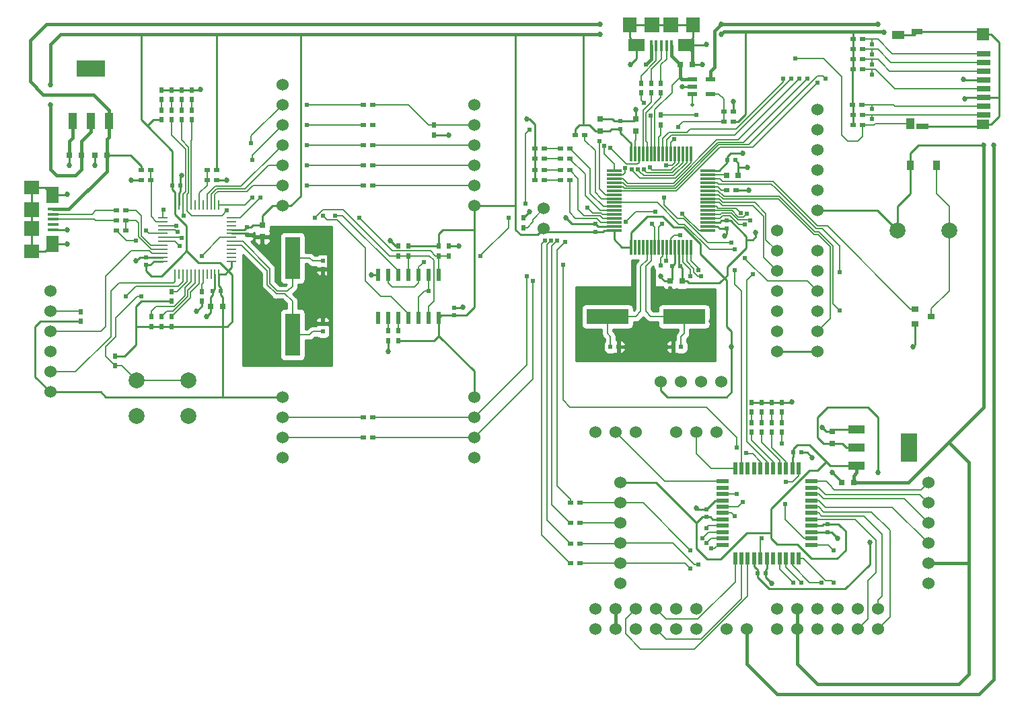
<source format=gbr>
G04 #@! TF.GenerationSoftware,KiCad,Pcbnew,(5.0.0-rc2-dev-319-g0ded476)*
G04 #@! TF.CreationDate,2018-08-03T18:05:57-07:00*
G04 #@! TF.ProjectId,paranoids-hackme-1,706172616E6F6964732D6861636B6D65,B-eco1*
G04 #@! TF.SameCoordinates,Original*
G04 #@! TF.FileFunction,Copper,L1,Top,Signal*
G04 #@! TF.FilePolarity,Positive*
%FSLAX46Y46*%
G04 Gerber Fmt 4.6, Leading zero omitted, Abs format (unit mm)*
G04 Created by KiCad (PCBNEW (5.0.0-rc2-dev-319-g0ded476)) date Friday, August 03, 2018 at 06:05:57 PM*
%MOMM*%
%LPD*%
G01*
G04 APERTURE LIST*
%ADD10C,0.500000*%
%ADD11R,1.200000X0.600000*%
%ADD12R,0.610000X0.635000*%
%ADD13C,1.524000*%
%ADD14R,1.500000X0.500000*%
%ADD15R,0.500000X1.500000*%
%ADD16R,0.500000X0.500000*%
%ADD17R,0.800000X0.800000*%
%ADD18R,0.900000X0.800000*%
%ADD19R,0.920000X1.220000*%
%ADD20C,2.000000*%
%ADD21R,1.300000X0.250000*%
%ADD22R,0.250000X1.300000*%
%ADD23R,0.635000X0.610000*%
%ADD24R,0.600000X1.550000*%
%ADD25R,2.000000X3.650000*%
%ADD26R,2.000000X1.000000*%
%ADD27R,3.650000X2.000000*%
%ADD28R,1.000000X2.000000*%
%ADD29R,1.400000X0.800000*%
%ADD30R,1.550000X1.000000*%
%ADD31R,1.000000X1.450000*%
%ADD32R,1.500000X0.800000*%
%ADD33R,1.750000X0.700000*%
%ADD34R,1.500000X1.300000*%
%ADD35R,1.500000X1.500000*%
%ADD36R,5.334000X1.930400*%
%ADD37R,1.930400X5.334000*%
%ADD38R,1.899920X0.299720*%
%ADD39R,0.299720X1.899920*%
%ADD40R,1.800000X1.900000*%
%ADD41R,1.900000X1.900000*%
%ADD42R,2.100000X1.600000*%
%ADD43R,0.400000X1.350000*%
%ADD44R,1.900000X1.800000*%
%ADD45R,1.600000X2.100000*%
%ADD46R,1.350000X0.400000*%
%ADD47C,0.685800*%
%ADD48C,0.635000*%
%ADD49C,0.609600*%
%ADD50C,0.381000*%
%ADD51C,0.254000*%
%ADD52C,0.152400*%
G04 APERTURE END LIST*
D10*
X184912000Y-41910000D03*
D11*
X184905000Y-38674000D03*
X184905000Y-39624000D03*
X184905000Y-40574000D03*
X187205000Y-40574000D03*
X187205000Y-38674000D03*
D12*
X154305000Y-59728000D03*
X154305000Y-60922000D03*
X147955000Y-60922000D03*
X147955000Y-59728000D03*
D13*
X166243000Y-57531000D03*
X166243000Y-54991000D03*
X133350000Y-39370000D03*
X133350000Y-41910000D03*
X133350000Y-44450000D03*
X133350000Y-46990000D03*
X133350000Y-49530000D03*
X133350000Y-52070000D03*
X133350000Y-54610000D03*
X200660000Y-60325000D03*
X200660000Y-62865000D03*
X200660000Y-65405000D03*
X200660000Y-67945000D03*
X200660000Y-70485000D03*
X200660000Y-73025000D03*
D14*
X199910000Y-89345000D03*
X199910000Y-90145000D03*
X199910000Y-90945000D03*
X199910000Y-91745000D03*
X199910000Y-92545000D03*
X199910000Y-94145000D03*
X199910000Y-93345000D03*
X199910000Y-94945000D03*
X199910000Y-95745000D03*
X199910000Y-96545000D03*
X199910000Y-97345000D03*
X188710000Y-97345000D03*
X188710000Y-96545000D03*
X188710000Y-95745000D03*
X188710000Y-94945000D03*
X188710000Y-94145000D03*
X188710000Y-93345000D03*
X188710000Y-92545000D03*
X188710000Y-91745000D03*
X188710000Y-90945000D03*
X188710000Y-90145000D03*
D15*
X190310000Y-87745000D03*
X192710000Y-87745000D03*
X191910000Y-87745000D03*
X191110000Y-87745000D03*
X194310000Y-87745000D03*
X195110000Y-87745000D03*
X197510000Y-87745000D03*
X198310000Y-87745000D03*
X195910000Y-87745000D03*
X196710000Y-87745000D03*
X193510000Y-87745000D03*
D14*
X188710000Y-89345000D03*
D15*
X198310000Y-99045000D03*
X197510000Y-99045000D03*
X196710000Y-99045000D03*
X195910000Y-99045000D03*
X195110000Y-99045000D03*
X194310000Y-99045000D03*
X193510000Y-99045000D03*
X192710000Y-99045000D03*
X191910000Y-99045000D03*
X191110000Y-99045000D03*
X190310000Y-99045000D03*
D13*
X189230000Y-107950000D03*
X191770000Y-107950000D03*
X195580000Y-57785000D03*
X195580000Y-60325000D03*
X195580000Y-62865000D03*
X195580000Y-65405000D03*
X195580000Y-67945000D03*
X195580000Y-70485000D03*
X195580000Y-73025000D03*
X177800000Y-83185000D03*
X175260000Y-83185000D03*
X172720000Y-83185000D03*
X187960000Y-83185000D03*
X185420000Y-83185000D03*
X182880000Y-83185000D03*
X188595000Y-76835000D03*
X186055000Y-76835000D03*
X183515000Y-76835000D03*
X180975000Y-76835000D03*
X133350000Y-86360000D03*
X133350000Y-83820000D03*
X133350000Y-81280000D03*
X133350000Y-78740000D03*
X157480000Y-86360000D03*
X157480000Y-83820000D03*
X157480000Y-81280000D03*
X157480000Y-78740000D03*
X200660000Y-42545000D03*
X200660000Y-45085000D03*
X200660000Y-47625000D03*
X200660000Y-50165000D03*
X200660000Y-52705000D03*
X200660000Y-55245000D03*
X104140000Y-65405000D03*
X104140000Y-67945000D03*
X104140000Y-70485000D03*
X104140000Y-73025000D03*
X104140000Y-75565000D03*
X104140000Y-78105000D03*
X175895000Y-102235000D03*
X175895000Y-99695000D03*
X175895000Y-97155000D03*
X175895000Y-94615000D03*
X175895000Y-92075000D03*
X175895000Y-89535000D03*
X157480000Y-41910000D03*
X157480000Y-44450000D03*
X157480000Y-46990000D03*
X157480000Y-49530000D03*
X157480000Y-52070000D03*
X157480000Y-54610000D03*
X214630000Y-102235000D03*
X214630000Y-99695000D03*
X214630000Y-97155000D03*
X214630000Y-94615000D03*
X214630000Y-92075000D03*
X214630000Y-89535000D03*
D16*
X154940000Y-67445000D03*
X154940000Y-68445000D03*
D17*
X184900000Y-36830000D03*
X183400000Y-36830000D03*
X203720000Y-89535000D03*
X205220000Y-89535000D03*
D18*
X212995000Y-67630000D03*
X212995000Y-69530000D03*
X214995000Y-68580000D03*
D19*
X215635000Y-49530000D03*
X212355000Y-49530000D03*
D20*
X217245000Y-57785000D03*
X210745000Y-57785000D03*
X114990000Y-81150000D03*
X114990000Y-76650000D03*
X121490000Y-81150000D03*
X121490000Y-76650000D03*
D21*
X126960000Y-61620000D03*
X126960000Y-61120000D03*
X126960000Y-60620000D03*
X126960000Y-60120000D03*
X126960000Y-59620000D03*
X126960000Y-59120000D03*
X126960000Y-58620000D03*
X126960000Y-58120000D03*
X126960000Y-57620000D03*
X126960000Y-57120000D03*
X126960000Y-56620000D03*
X126960000Y-56120000D03*
D22*
X125360000Y-54520000D03*
X124860000Y-54520000D03*
X124360000Y-54520000D03*
X123860000Y-54520000D03*
X123360000Y-54520000D03*
X122860000Y-54520000D03*
X122360000Y-54520000D03*
X121860000Y-54520000D03*
X121360000Y-54520000D03*
X120860000Y-54520000D03*
X120360000Y-54520000D03*
X119860000Y-54520000D03*
D21*
X118260000Y-56120000D03*
X118260000Y-56620000D03*
X118260000Y-57120000D03*
X118260000Y-57620000D03*
X118260000Y-58120000D03*
X118260000Y-58620000D03*
X118260000Y-59120000D03*
X118260000Y-59620000D03*
X118260000Y-60120000D03*
X118260000Y-60620000D03*
X118260000Y-61120000D03*
X118260000Y-61620000D03*
D22*
X119860000Y-63220000D03*
X120360000Y-63220000D03*
X120860000Y-63220000D03*
X121360000Y-63220000D03*
X121860000Y-63220000D03*
X122360000Y-63220000D03*
X122860000Y-63220000D03*
X123360000Y-63220000D03*
X123860000Y-63220000D03*
X124360000Y-63220000D03*
X124860000Y-63220000D03*
X125360000Y-63220000D03*
D13*
X172720000Y-105410000D03*
X175260000Y-105410000D03*
X175260000Y-107950000D03*
X172720000Y-107950000D03*
X180340000Y-107950000D03*
X182880000Y-107950000D03*
X185420000Y-107950000D03*
X185420000Y-105410000D03*
X182880000Y-105410000D03*
X180340000Y-105410000D03*
X177800000Y-107950000D03*
X177800000Y-105410000D03*
X195580000Y-105410000D03*
X198120000Y-105410000D03*
X198120000Y-107950000D03*
X195580000Y-107950000D03*
X203200000Y-107950000D03*
X205740000Y-107950000D03*
X208280000Y-107950000D03*
X208280000Y-105410000D03*
X205740000Y-105410000D03*
X203200000Y-105410000D03*
X200660000Y-107950000D03*
X200660000Y-105410000D03*
D16*
X138430000Y-62595000D03*
X138430000Y-61595000D03*
X138430000Y-70485000D03*
X138430000Y-69485000D03*
X124595000Y-65405000D03*
X125595000Y-65405000D03*
X120515000Y-52070000D03*
X119515000Y-52070000D03*
X128905000Y-58285000D03*
X128905000Y-57285000D03*
X198620000Y-85725000D03*
X197620000Y-85725000D03*
X201930000Y-95750000D03*
X201930000Y-94750000D03*
X194175000Y-100965000D03*
X193175000Y-100965000D03*
X183515000Y-72390000D03*
X182515000Y-72390000D03*
X174625000Y-72390000D03*
X175625000Y-72390000D03*
X182380000Y-62230000D03*
X183380000Y-62230000D03*
X175895000Y-43950000D03*
X175895000Y-44950000D03*
X189230000Y-57515000D03*
X189230000Y-56515000D03*
X190365000Y-48895000D03*
X189365000Y-48895000D03*
X172720000Y-56904000D03*
X172720000Y-57904000D03*
X186690000Y-92845000D03*
X186690000Y-93845000D03*
X116205000Y-61095000D03*
X116205000Y-62095000D03*
D12*
X192405000Y-80607000D03*
X192405000Y-79413000D03*
X193675000Y-80607000D03*
X193675000Y-79413000D03*
X194945000Y-80607000D03*
X194945000Y-79413000D03*
X196215000Y-80607000D03*
X196215000Y-79413000D03*
X118110000Y-41237000D03*
X118110000Y-40043000D03*
X121920000Y-41237000D03*
X121920000Y-40043000D03*
X120650000Y-41237000D03*
X120650000Y-40043000D03*
X119380000Y-41237000D03*
X119380000Y-40043000D03*
D23*
X166332000Y-47440000D03*
X165138000Y-47440000D03*
X166332000Y-48710000D03*
X165138000Y-48710000D03*
X166332000Y-50165000D03*
X165138000Y-50165000D03*
X166332000Y-51435000D03*
X165138000Y-51435000D03*
D12*
X194945000Y-83147000D03*
X194945000Y-81953000D03*
X193675000Y-83147000D03*
X193675000Y-81953000D03*
X192405000Y-83147000D03*
X192405000Y-81953000D03*
X163703000Y-56172000D03*
X163703000Y-57366000D03*
X152400000Y-44488000D03*
X152400000Y-45682000D03*
D23*
X143548000Y-52070000D03*
X144742000Y-52070000D03*
X188887000Y-44069000D03*
X190081000Y-44069000D03*
X206337000Y-44450000D03*
X205143000Y-44450000D03*
X206337000Y-34925000D03*
X205143000Y-34925000D03*
X206337000Y-33655000D03*
X205143000Y-33655000D03*
X206337000Y-43180000D03*
X205143000Y-43180000D03*
X206299000Y-41910000D03*
X205105000Y-41910000D03*
X206337000Y-37465000D03*
X205143000Y-37465000D03*
X206337000Y-36195000D03*
X205143000Y-36195000D03*
X143548000Y-49530000D03*
X144742000Y-49530000D03*
D12*
X179760000Y-39223000D03*
X179760000Y-40417000D03*
X180975000Y-39223000D03*
X180975000Y-40417000D03*
D23*
X170777000Y-92075000D03*
X169583000Y-92075000D03*
X170777000Y-94615000D03*
X169583000Y-94615000D03*
X170777000Y-97210000D03*
X169583000Y-97210000D03*
X170777000Y-99695000D03*
X169583000Y-99695000D03*
D12*
X180975000Y-43218000D03*
X180975000Y-44412000D03*
D23*
X190462000Y-52705000D03*
X189268000Y-52705000D03*
X171412000Y-45720000D03*
X170218000Y-45720000D03*
X143548000Y-46990000D03*
X144742000Y-46990000D03*
X143548000Y-44450000D03*
X144742000Y-44450000D03*
X143548000Y-41910000D03*
X144742000Y-41910000D03*
X169524000Y-47440000D03*
X168330000Y-47440000D03*
D12*
X119380000Y-65443000D03*
X119380000Y-66637000D03*
X107950000Y-67983000D03*
X107950000Y-69177000D03*
X116840000Y-68618000D03*
X116840000Y-69812000D03*
X123190000Y-66637000D03*
X123190000Y-65443000D03*
X118110000Y-68618000D03*
X118110000Y-69812000D03*
X119380000Y-68618000D03*
X119380000Y-69812000D03*
D23*
X116802000Y-50165000D03*
X115608000Y-50165000D03*
X115608000Y-51435000D03*
X116802000Y-51435000D03*
X123863000Y-50165000D03*
X125057000Y-50165000D03*
X125057000Y-51435000D03*
X123863000Y-51435000D03*
D12*
X112268000Y-74765000D03*
X112268000Y-73571000D03*
X196215000Y-83147000D03*
X196215000Y-81953000D03*
X118110000Y-43777000D03*
X118110000Y-42583000D03*
X121920000Y-43777000D03*
X121920000Y-42583000D03*
X120650000Y-43777000D03*
X120650000Y-42583000D03*
X119380000Y-43777000D03*
X119380000Y-42583000D03*
D23*
X112433000Y-55245000D03*
X113627000Y-55245000D03*
X112433000Y-56515000D03*
X113627000Y-56515000D03*
X113627000Y-57785000D03*
X112433000Y-57785000D03*
X144742000Y-81280000D03*
X143548000Y-81280000D03*
X144742000Y-83820000D03*
X143548000Y-83820000D03*
D12*
X153035000Y-60922000D03*
X153035000Y-59728000D03*
X149225000Y-60922000D03*
X149225000Y-59728000D03*
X147955000Y-70396000D03*
X147955000Y-71590000D03*
X146685000Y-71590000D03*
X146685000Y-70396000D03*
D23*
X169524000Y-48710000D03*
X168330000Y-48710000D03*
X169507000Y-50165000D03*
X168313000Y-50165000D03*
X169507000Y-51435000D03*
X168313000Y-51435000D03*
X190081000Y-42799000D03*
X188887000Y-42799000D03*
D12*
X178490000Y-39223000D03*
X178490000Y-40417000D03*
D17*
X124345000Y-67310000D03*
X125845000Y-67310000D03*
X106565000Y-48260000D03*
X108065000Y-48260000D03*
X109740000Y-48260000D03*
X111240000Y-48260000D03*
X130810000Y-58535000D03*
X130810000Y-57035000D03*
X202565000Y-83070000D03*
X202565000Y-84570000D03*
X190730000Y-50800000D03*
X189230000Y-50800000D03*
X177800000Y-43700000D03*
X177800000Y-45200000D03*
X182130000Y-64135000D03*
X183630000Y-64135000D03*
X173355000Y-43700000D03*
X173355000Y-45200000D03*
D24*
X153035000Y-68740000D03*
X151765000Y-68740000D03*
X150495000Y-68740000D03*
X149225000Y-68740000D03*
X147955000Y-68740000D03*
X146685000Y-68740000D03*
X145415000Y-68740000D03*
X145415000Y-63340000D03*
X146685000Y-63340000D03*
X147955000Y-63340000D03*
X149225000Y-63340000D03*
X150495000Y-63340000D03*
X151765000Y-63340000D03*
X153035000Y-63340000D03*
D25*
X212215000Y-85090000D03*
D26*
X205615000Y-85090000D03*
X205615000Y-82810000D03*
X205615000Y-87370000D03*
D27*
X109220000Y-37340000D03*
D28*
X109220000Y-43940000D03*
X106940000Y-43940000D03*
X111500000Y-43940000D03*
D29*
X213240000Y-32680000D03*
D30*
X210815000Y-33080000D03*
D31*
X212390000Y-44305000D03*
D32*
X213890000Y-44630000D03*
D33*
X221615000Y-43180000D03*
X221615000Y-42080000D03*
X221615000Y-40980000D03*
X221615000Y-39880000D03*
X221615000Y-38780000D03*
X221615000Y-37680000D03*
X221615000Y-36580000D03*
X221615000Y-35480000D03*
D34*
X221490000Y-44380000D03*
D35*
X221490000Y-33030000D03*
D36*
X183896000Y-68580000D03*
X174244000Y-68580000D03*
D37*
X134620000Y-61214000D03*
X134620000Y-70866000D03*
D38*
X175077120Y-57724040D03*
X175077120Y-57223660D03*
X175077120Y-56723280D03*
X175077120Y-56222900D03*
X175077120Y-55722520D03*
X175077120Y-55224680D03*
X175077120Y-54724300D03*
X175077120Y-54223920D03*
X175077120Y-53726080D03*
X175077120Y-53225700D03*
X175077120Y-52725320D03*
X175077120Y-52227480D03*
X175077120Y-51727100D03*
X175077120Y-51226720D03*
X175077120Y-50726340D03*
X175077120Y-50225960D03*
D39*
X177225960Y-48077120D03*
X177726340Y-48077120D03*
X178226720Y-48077120D03*
X178727100Y-48077120D03*
X179227480Y-48077120D03*
X179725320Y-48077120D03*
X180225700Y-48077120D03*
X180726080Y-48077120D03*
X181223920Y-48077120D03*
X181724300Y-48077120D03*
X182224680Y-48077120D03*
X182722520Y-48077120D03*
X183222900Y-48077120D03*
X183723280Y-48077120D03*
X184223660Y-48077120D03*
X184724040Y-48077120D03*
D38*
X186872880Y-50225960D03*
X186872880Y-50726340D03*
X186872880Y-51226720D03*
X186872880Y-51727100D03*
X186872880Y-52227480D03*
X186872880Y-52725320D03*
X186872880Y-53225700D03*
X186872880Y-53726080D03*
X186872880Y-54223920D03*
X186872880Y-54724300D03*
X186872880Y-55224680D03*
X186872880Y-55722520D03*
X186872880Y-56222900D03*
X186872880Y-56723280D03*
X186872880Y-57223660D03*
X186872880Y-57724040D03*
D39*
X184724040Y-59872880D03*
X184223660Y-59872880D03*
X183723280Y-59872880D03*
X183222900Y-59872880D03*
X182722520Y-59872880D03*
X182224680Y-59872880D03*
X181724300Y-59872880D03*
X181223920Y-59872880D03*
X180726080Y-59872880D03*
X180225700Y-59872880D03*
X179725320Y-59872880D03*
X179227480Y-59872880D03*
X178727100Y-59872880D03*
X178226720Y-59872880D03*
X177726340Y-59872880D03*
X177225960Y-59872880D03*
D40*
X177030000Y-31795000D03*
D41*
X179830000Y-31795000D03*
X182230000Y-31795000D03*
D40*
X185030000Y-31795000D03*
D42*
X177930000Y-34345000D03*
X184130000Y-34345000D03*
D43*
X179730000Y-34470000D03*
X180380000Y-34470000D03*
X181030000Y-34470000D03*
X181680000Y-34470000D03*
X182330000Y-34470000D03*
D44*
X101830000Y-60330000D03*
D41*
X101830000Y-57530000D03*
X101830000Y-55130000D03*
D44*
X101830000Y-52330000D03*
D45*
X104380000Y-59430000D03*
X104380000Y-53230000D03*
D46*
X104505000Y-57630000D03*
X104505000Y-56980000D03*
X104505000Y-56330000D03*
X104505000Y-55680000D03*
X104505000Y-55030000D03*
D47*
X222885000Y-46990000D03*
X208280000Y-31750000D03*
X188595000Y-31750000D03*
X173355000Y-31750000D03*
X219202000Y-41148000D03*
D48*
X183642010Y-39624000D03*
D47*
X188976000Y-58420000D03*
X190119000Y-41529000D03*
X186182000Y-36830000D03*
X164465000Y-55371994D03*
X144526000Y-63373000D03*
X156083000Y-67437000D03*
X146939000Y-59055000D03*
X155574982Y-59690000D03*
X169037000Y-56134000D03*
X191897000Y-49784000D03*
X192024000Y-52692501D03*
X164084000Y-43688000D03*
X123063004Y-40005000D03*
X106299000Y-59436024D03*
X106299000Y-57658008D03*
X106299000Y-53213000D03*
X106553000Y-49530000D03*
X109728000Y-49530000D03*
X126365000Y-51434989D03*
X146685000Y-73025000D03*
X114935000Y-61595000D03*
X139065000Y-66040000D03*
X128905000Y-66040000D03*
X128905000Y-74295000D03*
X139065000Y-74295000D03*
X139065000Y-57785000D03*
X179070000Y-73660000D03*
X187325000Y-73660000D03*
X170815000Y-73660000D03*
X187325000Y-69215000D03*
X170815000Y-69215000D03*
X170815000Y-65405000D03*
X177165000Y-65405000D03*
X180340000Y-65405000D03*
X187325000Y-65405000D03*
X180974984Y-63500000D03*
D49*
X179070000Y-36830000D03*
D47*
X177800000Y-42545000D03*
X186690000Y-34290000D03*
X177165000Y-36830000D03*
X212725000Y-72390000D03*
X200025000Y-86360000D03*
X202565000Y-88265000D03*
X201295000Y-82550000D03*
X185420000Y-92710000D03*
X194945000Y-102235000D03*
X203200000Y-96520000D03*
X197485000Y-79375000D03*
X123825000Y-68580000D03*
X122555000Y-67945000D03*
X132080000Y-58420000D03*
D48*
X120650000Y-50800000D03*
D47*
X114300000Y-51435000D03*
X209042000Y-32766000D03*
X192913000Y-58039000D03*
D49*
X180316930Y-55369832D03*
X179832000Y-56896000D03*
X176530000Y-56642000D03*
X183134000Y-44704000D03*
X181102000Y-56896000D03*
X180974990Y-62180840D03*
X185674000Y-62738000D03*
X183642000Y-55625996D03*
X191516214Y-56946811D03*
X192213252Y-56499832D03*
X191770000Y-55626000D03*
X191015959Y-55516073D03*
X177291976Y-50038000D03*
X178053987Y-50037994D03*
X178816002Y-50038000D03*
X179578000Y-49784000D03*
X168910000Y-59182000D03*
X181356000Y-53593996D03*
X192532000Y-63246000D03*
X182626000Y-46253410D03*
X158242000Y-60960000D03*
X151130000Y-61722000D03*
X207518000Y-42418000D03*
X197358000Y-38608000D03*
X207518000Y-43688000D03*
X196342000Y-38608000D03*
X179692290Y-43303187D03*
X178815992Y-41656000D03*
X197866000Y-36067998D03*
X176453809Y-49911000D03*
X198374012Y-38608000D03*
X199390000Y-38607966D03*
X201675938Y-38597399D03*
X200660000Y-39116000D03*
X173228000Y-46482000D03*
X191516000Y-61214000D03*
X120142000Y-57912000D03*
X120026689Y-57116703D03*
X137414000Y-56159410D03*
X139954000Y-55854590D03*
X120904000Y-55880000D03*
X185420000Y-43180000D03*
X190499990Y-90932000D03*
X191262000Y-91948000D03*
X184683410Y-98044000D03*
X184658000Y-100330000D03*
X185674000Y-99821996D03*
X187325000Y-97790000D03*
X120396000Y-59690000D03*
X120650000Y-58674000D03*
X130556000Y-53594000D03*
X129540000Y-53594000D03*
D47*
X191262000Y-48006000D03*
X154305000Y-45720000D03*
X189865000Y-72390000D03*
X219075000Y-38735000D03*
X221615000Y-46990000D03*
X188595000Y-33020000D03*
X173355000Y-33020000D03*
X104140000Y-39370000D03*
X104140000Y-41910000D03*
D49*
X181610000Y-61595000D03*
X183378959Y-58331473D03*
X184643907Y-63469643D03*
X186055000Y-63500000D03*
X164846000Y-64135000D03*
X164084000Y-63500000D03*
X203454000Y-67818000D03*
X203454000Y-62992000D03*
X166370000Y-59055000D03*
X167132000Y-59055016D03*
X167894004Y-59055000D03*
X189865000Y-59309000D03*
X181610000Y-49530000D03*
X161798000Y-56134000D03*
X163957000Y-54356000D03*
X164465000Y-45085000D03*
X174625000Y-47371000D03*
X173863000Y-47117000D03*
X207518000Y-34290000D03*
X207517992Y-35560000D03*
X207518000Y-38100000D03*
X207518000Y-36830010D03*
X190243434Y-60096407D03*
X171704000Y-54864000D03*
D47*
X207264000Y-97028000D03*
X208280000Y-88265000D03*
D49*
X143002000Y-56134000D03*
X168656000Y-62103000D03*
X151765000Y-65405000D03*
X190500000Y-85090000D03*
X191746250Y-85748750D03*
X126365000Y-55245000D03*
X138453757Y-55903757D03*
X193675000Y-96520000D03*
X197612000Y-102108000D03*
X198627988Y-102108000D03*
X201168000Y-102108000D03*
X202692000Y-102108000D03*
X196215000Y-84582000D03*
X196723000Y-89408000D03*
X190246000Y-62738000D03*
X190246000Y-93725992D03*
X186690000Y-95250000D03*
X186182000Y-96520000D03*
X186690000Y-97155000D03*
X202692000Y-98044000D03*
X196596000Y-92202000D03*
X114935000Y-59054992D03*
X116205000Y-57785000D03*
X118364000Y-55118000D03*
X115570000Y-66040000D03*
X123190007Y-60960007D03*
X136398000Y-41910000D03*
X129413000Y-46736000D03*
X136398000Y-44450004D03*
X129540000Y-48895000D03*
X136398000Y-46990000D03*
X136398000Y-49530000D03*
X136398000Y-52070000D03*
X113665000Y-66040000D03*
D50*
X187205000Y-38674000D02*
X187205000Y-37712000D01*
X187205000Y-37712000D02*
X187706000Y-37211000D01*
X187706000Y-32639000D02*
X188595000Y-31750000D01*
X187706000Y-37211000D02*
X187706000Y-32639000D01*
X111500000Y-43940000D02*
X111500000Y-42559000D01*
X101600000Y-33782000D02*
X103632000Y-31750000D01*
X109581000Y-40640000D02*
X103251000Y-40640000D01*
X103251000Y-40640000D02*
X101600000Y-38989000D01*
X111500000Y-42559000D02*
X109581000Y-40640000D01*
X101600000Y-38989000D02*
X101600000Y-33782000D01*
X103632000Y-31750000D02*
X129540000Y-31750000D01*
X129540000Y-31750000D02*
X173355000Y-31750000D01*
D51*
X111240000Y-48260000D02*
X114262000Y-48260000D01*
X114262000Y-48260000D02*
X115608000Y-49606000D01*
X115608000Y-49606000D02*
X115608000Y-50165000D01*
D50*
X222885000Y-46990000D02*
X222885000Y-114300000D01*
X222885000Y-114300000D02*
X220980000Y-116205000D01*
X220980000Y-116205000D02*
X195580000Y-116205000D01*
X191770000Y-112395000D02*
X191770000Y-107950000D01*
X195580000Y-116205000D02*
X191770000Y-112395000D01*
X188595000Y-31750000D02*
X208280000Y-31750000D01*
X111500000Y-45980000D02*
X111240000Y-46240000D01*
X111240000Y-46240000D02*
X111240000Y-48260000D01*
X111500000Y-43940000D02*
X111500000Y-45980000D01*
X106465000Y-55030000D02*
X111240000Y-50255000D01*
X111240000Y-50255000D02*
X111240000Y-48260000D01*
X104505000Y-55030000D02*
X106465000Y-55030000D01*
D52*
X104505000Y-55680000D02*
X109420000Y-55680000D01*
X109420000Y-55680000D02*
X109855000Y-55245000D01*
X109855000Y-55245000D02*
X112433000Y-55245000D01*
X104505000Y-56330000D02*
X109670000Y-56330000D01*
X109670000Y-56330000D02*
X109855000Y-56515000D01*
X109855000Y-56515000D02*
X112433000Y-56515000D01*
D51*
X219370000Y-40980000D02*
X219202000Y-41148000D01*
X221615000Y-40980000D02*
X219370000Y-40980000D01*
X184905000Y-39624000D02*
X183642010Y-39624000D01*
X189230000Y-58166000D02*
X188976000Y-58420000D01*
X189230000Y-57515000D02*
X189230000Y-58166000D01*
X190081000Y-42799000D02*
X190081000Y-41567000D01*
X190081000Y-41567000D02*
X190119000Y-41529000D01*
X184900000Y-36830000D02*
X186182000Y-36830000D01*
X164465000Y-55397500D02*
X164465000Y-55371994D01*
X163703000Y-56159500D02*
X164465000Y-55397500D01*
X163703000Y-56172000D02*
X163703000Y-56159500D01*
X144559000Y-63340000D02*
X144526000Y-63373000D01*
X145415000Y-63340000D02*
X144559000Y-63340000D01*
X154940000Y-67445000D02*
X156075000Y-67445000D01*
X156075000Y-67445000D02*
X156083000Y-67437000D01*
X147955000Y-59728000D02*
X147612000Y-59728000D01*
X147612000Y-59728000D02*
X146939000Y-59055000D01*
X155536982Y-59728000D02*
X155574982Y-59690000D01*
X154305000Y-59728000D02*
X155536982Y-59728000D01*
X169807000Y-56904000D02*
X169354499Y-56451499D01*
X169354499Y-56451499D02*
X169037000Y-56134000D01*
X172720000Y-56904000D02*
X169807000Y-56904000D01*
X190730000Y-49784000D02*
X190730000Y-49530000D01*
X190730000Y-49784000D02*
X191897000Y-49784000D01*
X190730000Y-50800000D02*
X190730000Y-49784000D01*
X191008000Y-52705000D02*
X192011501Y-52705000D01*
X192011501Y-52705000D02*
X192024000Y-52692501D01*
X190462000Y-52705000D02*
X191008000Y-52705000D01*
X165138000Y-47440000D02*
X165138000Y-44361000D01*
X165138000Y-44361000D02*
X164465000Y-43688000D01*
X164465000Y-43688000D02*
X164084000Y-43688000D01*
X221615000Y-40980000D02*
X223434000Y-40980000D01*
X223434000Y-40980000D02*
X223520000Y-40894000D01*
X223520000Y-40894000D02*
X223520000Y-40640000D01*
X123025004Y-40043000D02*
X123063004Y-40005000D01*
X121920000Y-40043000D02*
X123025004Y-40043000D01*
X173355000Y-43700000D02*
X174891000Y-43700000D01*
X174891000Y-43700000D02*
X175141000Y-43950000D01*
X175141000Y-43950000D02*
X175895000Y-43950000D01*
X106292976Y-59430000D02*
X106299000Y-59436024D01*
X104380000Y-59430000D02*
X106292976Y-59430000D01*
X106270992Y-57630000D02*
X106299000Y-57658008D01*
X104505000Y-57630000D02*
X106270992Y-57630000D01*
X104380000Y-53230000D02*
X106282000Y-53230000D01*
X106282000Y-53230000D02*
X106299000Y-53213000D01*
X106565000Y-48260000D02*
X106565000Y-49518000D01*
X106565000Y-49518000D02*
X106553000Y-49530000D01*
X109740000Y-49518000D02*
X109728000Y-49530000D01*
X109740000Y-48260000D02*
X109740000Y-49518000D01*
X126364989Y-51435000D02*
X126365000Y-51434989D01*
X125057000Y-51435000D02*
X126364989Y-51435000D01*
X175077120Y-57223660D02*
X173039660Y-57223660D01*
X173039660Y-57223660D02*
X172720000Y-56904000D01*
X146685000Y-71590000D02*
X146685000Y-73025000D01*
X189230000Y-57515000D02*
X188368180Y-57515000D01*
X188368180Y-57515000D02*
X188076840Y-57223660D01*
X188076840Y-57223660D02*
X186872880Y-57223660D01*
X115252499Y-61277501D02*
X114935000Y-61595000D01*
X115435000Y-61095000D02*
X115252499Y-61277501D01*
X116205000Y-61095000D02*
X115435000Y-61095000D01*
X138747501Y-66357499D02*
X139065000Y-66040000D01*
X138430000Y-66675000D02*
X138747501Y-66357499D01*
X138747501Y-65722501D02*
X139065000Y-66040000D01*
X139065000Y-65590988D02*
X139065000Y-66040000D01*
X139065000Y-57785000D02*
X139065000Y-65590988D01*
X138430000Y-62595000D02*
X138430000Y-65405000D01*
X138430000Y-69485000D02*
X138430000Y-66675000D01*
X138430000Y-65405000D02*
X138747501Y-65722501D01*
X139065000Y-74295000D02*
X128905000Y-74295000D01*
X170815000Y-73660000D02*
X179070000Y-73660000D01*
X179070000Y-73660000D02*
X187325000Y-73660000D01*
X170815000Y-65405000D02*
X170815000Y-69215000D01*
X177165000Y-65405000D02*
X170815000Y-65405000D01*
X187325000Y-65405000D02*
X180340000Y-65405000D01*
X181476000Y-64135000D02*
X180974984Y-63633984D01*
X180974984Y-63633984D02*
X180974984Y-63500000D01*
X182130000Y-64135000D02*
X181476000Y-64135000D01*
X182380000Y-62230000D02*
X182380000Y-63885000D01*
X182380000Y-63885000D02*
X182130000Y-64135000D01*
X182722520Y-59872880D02*
X182722520Y-61887480D01*
X182722520Y-61887480D02*
X182380000Y-62230000D01*
X190730000Y-49530000D02*
X190730000Y-49260000D01*
X190730000Y-49260000D02*
X190365000Y-48895000D01*
D50*
X179730000Y-34470000D02*
X179730000Y-36170000D01*
X179730000Y-36170000D02*
X179070000Y-36830000D01*
X184900000Y-36830000D02*
X184900000Y-35115000D01*
X184900000Y-35115000D02*
X184130000Y-34345000D01*
D51*
X179070000Y-72390000D02*
X182515000Y-72390000D01*
X175625000Y-72390000D02*
X179070000Y-72390000D01*
X165138000Y-48710000D02*
X165138000Y-47440000D01*
X165138000Y-50165000D02*
X165138000Y-48710000D01*
X165138000Y-51435000D02*
X165138000Y-50165000D01*
X177800000Y-43700000D02*
X177800000Y-42545000D01*
X175895000Y-43950000D02*
X177550000Y-43950000D01*
X177550000Y-43950000D02*
X177800000Y-43700000D01*
X184130000Y-34345000D02*
X186635000Y-34345000D01*
X186635000Y-34345000D02*
X186690000Y-34290000D01*
X177930000Y-34345000D02*
X177930000Y-36065000D01*
X177930000Y-36065000D02*
X177165000Y-36830000D01*
X177030000Y-31795000D02*
X177030000Y-33445000D01*
X177030000Y-33445000D02*
X177930000Y-34345000D01*
X185030000Y-31795000D02*
X185030000Y-33445000D01*
X185030000Y-33445000D02*
X184130000Y-34345000D01*
X182230000Y-31795000D02*
X185030000Y-31795000D01*
X179830000Y-31795000D02*
X182230000Y-31795000D01*
X179830000Y-31795000D02*
X177030000Y-31795000D01*
X212995000Y-69530000D02*
X212995000Y-72120000D01*
X212995000Y-72120000D02*
X212725000Y-72390000D01*
X223520000Y-34056000D02*
X223520000Y-40640000D01*
X223520000Y-40640000D02*
X223520000Y-43354000D01*
X223520000Y-43354000D02*
X222494000Y-44380000D01*
X222494000Y-44380000D02*
X221490000Y-44380000D01*
X221490000Y-33030000D02*
X222494000Y-33030000D01*
X222494000Y-33030000D02*
X223520000Y-34056000D01*
X213240000Y-32680000D02*
X221140000Y-32680000D01*
X221140000Y-32680000D02*
X221490000Y-33030000D01*
X213890000Y-44630000D02*
X221240000Y-44630000D01*
X221240000Y-44630000D02*
X221490000Y-44380000D01*
X210815000Y-33080000D02*
X212840000Y-33080000D01*
X212840000Y-33080000D02*
X213240000Y-32680000D01*
X198620000Y-85725000D02*
X199390000Y-85725000D01*
X199390000Y-85725000D02*
X200025000Y-86360000D01*
X203720000Y-89535000D02*
X203720000Y-89420000D01*
X203720000Y-89420000D02*
X202565000Y-88265000D01*
X202565000Y-83070000D02*
X201815000Y-83070000D01*
X201815000Y-83070000D02*
X201295000Y-82550000D01*
X205615000Y-82810000D02*
X202825000Y-82810000D01*
X202825000Y-82810000D02*
X202565000Y-83070000D01*
X186690000Y-92845000D02*
X185555000Y-92845000D01*
X185555000Y-92845000D02*
X185420000Y-92710000D01*
X188710000Y-91745000D02*
X187790000Y-91745000D01*
X187790000Y-91745000D02*
X186690000Y-92845000D01*
X194175000Y-100965000D02*
X194175000Y-101465000D01*
X194175000Y-101465000D02*
X194945000Y-102235000D01*
X194310000Y-100330000D02*
X194306000Y-100330000D01*
X194175000Y-100461000D02*
X194175000Y-100965000D01*
X194306000Y-100330000D02*
X194175000Y-100461000D01*
X194310000Y-99045000D02*
X194310000Y-100330000D01*
X201930000Y-95750000D02*
X202430000Y-95750000D01*
X202430000Y-95750000D02*
X203200000Y-96520000D01*
X199910000Y-95745000D02*
X201925000Y-95745000D01*
X201925000Y-95745000D02*
X201930000Y-95750000D01*
X196215000Y-79413000D02*
X197447000Y-79413000D01*
X197447000Y-79413000D02*
X197485000Y-79375000D01*
X194945000Y-79413000D02*
X196215000Y-79413000D01*
X193675000Y-79413000D02*
X194945000Y-79413000D01*
X192405000Y-79413000D02*
X193675000Y-79413000D01*
X124345000Y-67310000D02*
X124345000Y-68060000D01*
X124345000Y-68060000D02*
X123825000Y-68580000D01*
X124595000Y-65405000D02*
X124595000Y-65909000D01*
X124595000Y-65909000D02*
X124345000Y-66159000D01*
X124345000Y-66159000D02*
X124345000Y-67310000D01*
X124860000Y-63220000D02*
X124860000Y-65140000D01*
X124860000Y-65140000D02*
X124595000Y-65405000D01*
X123190000Y-66637000D02*
X123190000Y-67310000D01*
X123190000Y-67310000D02*
X122555000Y-67945000D01*
X130810000Y-58535000D02*
X131965000Y-58535000D01*
X131965000Y-58535000D02*
X132080000Y-58420000D01*
X128905000Y-58285000D02*
X129409000Y-58285000D01*
X129409000Y-58285000D02*
X129659000Y-58535000D01*
X129659000Y-58535000D02*
X130810000Y-58535000D01*
X126960000Y-58120000D02*
X128740000Y-58120000D01*
X128740000Y-58120000D02*
X128905000Y-58285000D01*
X119380000Y-40043000D02*
X118110000Y-40043000D01*
X120650000Y-40043000D02*
X119380000Y-40043000D01*
X121920000Y-40043000D02*
X120650000Y-40043000D01*
X120515000Y-52070000D02*
X120515000Y-50935000D01*
X120515000Y-50935000D02*
X120650000Y-50800000D01*
X120360000Y-52995000D02*
X120515000Y-52840000D01*
X120515000Y-52840000D02*
X120515000Y-52070000D01*
X120360000Y-54520000D02*
X120360000Y-52995000D01*
X115608000Y-51435000D02*
X114300000Y-51435000D01*
X118260000Y-61120000D02*
X116230000Y-61120000D01*
X116230000Y-61120000D02*
X116205000Y-61095000D01*
D50*
X106565000Y-46470000D02*
X106940000Y-46095000D01*
X106940000Y-46095000D02*
X106940000Y-43940000D01*
X106565000Y-48260000D02*
X106565000Y-46470000D01*
D51*
X101830000Y-60330000D02*
X103480000Y-60330000D01*
X103480000Y-60330000D02*
X104380000Y-59430000D01*
X101830000Y-52330000D02*
X103480000Y-52330000D01*
X103480000Y-52330000D02*
X104380000Y-53230000D01*
X101830000Y-55130000D02*
X101830000Y-52330000D01*
X101830000Y-57530000D02*
X101830000Y-55130000D01*
X101830000Y-60330000D02*
X101830000Y-59176000D01*
X101830000Y-59176000D02*
X101830000Y-57530000D01*
D52*
X180380000Y-34470000D02*
X180380000Y-36358934D01*
X178490000Y-38753100D02*
X178490000Y-39223000D01*
X180380000Y-36358934D02*
X178490000Y-38248934D01*
X178490000Y-38248934D02*
X178490000Y-38753100D01*
X181030000Y-36140000D02*
X179760000Y-37410000D01*
X181030000Y-34470000D02*
X181030000Y-36140000D01*
X179760000Y-37410000D02*
X179760000Y-39223000D01*
X180975000Y-36830000D02*
X180975000Y-39223000D01*
X181680000Y-34470000D02*
X181680000Y-36125000D01*
X181680000Y-36125000D02*
X180975000Y-36830000D01*
D50*
X205105000Y-32702501D02*
X208280000Y-32702501D01*
X208280000Y-32702501D02*
X208978501Y-32702501D01*
D51*
X208978501Y-32702501D02*
X209042000Y-32766000D01*
X192532000Y-58928000D02*
X192913000Y-58547000D01*
X191731901Y-58928000D02*
X192532000Y-58928000D01*
X192913000Y-58547000D02*
X192913000Y-58039000D01*
X188976000Y-63754000D02*
X185928000Y-60706000D01*
X185928000Y-60706000D02*
X185928000Y-59436000D01*
X185928000Y-59436000D02*
X183794399Y-57302399D01*
X183794399Y-57302399D02*
X182524399Y-57302399D01*
X179222401Y-55981599D02*
X177225960Y-57978040D01*
X182524399Y-57302399D02*
X181203599Y-55981599D01*
X181203599Y-55981599D02*
X179222401Y-55981599D01*
X177225960Y-57978040D02*
X177225960Y-59872880D01*
X189734000Y-56515000D02*
X189230000Y-56515000D01*
X191731901Y-58512901D02*
X189734000Y-56515000D01*
X191731901Y-58928000D02*
X191731901Y-58512901D01*
X119860000Y-55424000D02*
X119860000Y-54520000D01*
X121285000Y-60325000D02*
X121285000Y-57125618D01*
X119860000Y-55700618D02*
X119860000Y-55424000D01*
X121285000Y-57125618D02*
X119860000Y-55700618D01*
X180344000Y-89535000D02*
X185420000Y-94611000D01*
X192278000Y-95885000D02*
X191770000Y-95885000D01*
X191770000Y-95885000D02*
X188468000Y-99187000D01*
X185420000Y-97790000D02*
X185420000Y-94611000D01*
X188468000Y-99187000D02*
X186817000Y-99187000D01*
X186817000Y-99187000D02*
X185420000Y-97790000D01*
X194818000Y-95885000D02*
X192278000Y-95885000D01*
D50*
X188912499Y-32702501D02*
X191643000Y-32702501D01*
X191643000Y-32702501D02*
X192405000Y-32702501D01*
D51*
X190081000Y-44069000D02*
X190652500Y-44069000D01*
X190652500Y-44069000D02*
X191643000Y-43078500D01*
X191643000Y-43078500D02*
X191643000Y-32702501D01*
D52*
X177802168Y-55369832D02*
X179885878Y-55369832D01*
X179885878Y-55369832D02*
X180316930Y-55369832D01*
X176530000Y-56642000D02*
X177802168Y-55369832D01*
X180225700Y-57289700D02*
X180136799Y-57200799D01*
X180136799Y-57200799D02*
X179832000Y-56896000D01*
X180225700Y-59872880D02*
X180225700Y-57289700D01*
X183438799Y-44399201D02*
X183134000Y-44704000D01*
X183769000Y-44069000D02*
X183438799Y-44399201D01*
X188887000Y-44069000D02*
X183769000Y-44069000D01*
X180726080Y-59872880D02*
X180726080Y-57271920D01*
X180797201Y-57200799D02*
X181102000Y-56896000D01*
X180726080Y-57271920D02*
X180797201Y-57200799D01*
X187205000Y-40574000D02*
X188275000Y-40574000D01*
X188887000Y-41186000D02*
X188887000Y-41567000D01*
X188275000Y-40574000D02*
X188887000Y-41186000D01*
X188887000Y-41567000D02*
X188887000Y-42799000D01*
X188887000Y-44069000D02*
X188887000Y-42799000D01*
X181223920Y-60975240D02*
X180974990Y-61224170D01*
X180974990Y-61224170D02*
X180974990Y-61749788D01*
X180974990Y-61749788D02*
X180974990Y-62180840D01*
X181223920Y-59872880D02*
X181223920Y-60975240D01*
X185140599Y-62585599D02*
X185140599Y-63016651D01*
X184223660Y-59872880D02*
X184223660Y-61668660D01*
X185623948Y-63500000D02*
X186055000Y-63500000D01*
X185140599Y-63016651D02*
X185623948Y-63500000D01*
X184223660Y-61668660D02*
X185140599Y-62585599D01*
X185674000Y-62484000D02*
X185674000Y-62738000D01*
X184724040Y-61534040D02*
X185674000Y-62484000D01*
X184724040Y-59872880D02*
X184724040Y-61534040D01*
X185740044Y-57724040D02*
X183946799Y-55930795D01*
X186872880Y-57724040D02*
X185740044Y-57724040D01*
X183946799Y-55930795D02*
X183642000Y-55625996D01*
X190752425Y-56946811D02*
X191085162Y-56946811D01*
X191085162Y-56946811D02*
X191516214Y-56946811D01*
X188727092Y-55880000D02*
X189685614Y-55880000D01*
X188384192Y-56222900D02*
X188727092Y-55880000D01*
X189685614Y-55880000D02*
X190752425Y-56946811D01*
X186872880Y-56222900D02*
X188384192Y-56222900D01*
X188600836Y-55575189D02*
X189811870Y-55575189D01*
X188453505Y-55722520D02*
X188600836Y-55575189D01*
X189811870Y-55575189D02*
X190650084Y-56413403D01*
X192126823Y-56413403D02*
X192213252Y-56499832D01*
X190650084Y-56413403D02*
X192126823Y-56413403D01*
X186872880Y-55722520D02*
X188453505Y-55722520D01*
X189892414Y-55224680D02*
X190725521Y-56057787D01*
X186872880Y-55224680D02*
X189892414Y-55224680D01*
X190725521Y-56057787D02*
X191338213Y-56057787D01*
X191465201Y-55930799D02*
X191770000Y-55626000D01*
X191338213Y-56057787D02*
X191465201Y-55930799D01*
X190711160Y-55211274D02*
X191015959Y-55516073D01*
X190419756Y-54919870D02*
X190711160Y-55211274D01*
X188170810Y-54919870D02*
X190419756Y-54919870D01*
X187975240Y-54724300D02*
X188170810Y-54919870D01*
X186872880Y-54724300D02*
X187975240Y-54724300D01*
X178358786Y-51104810D02*
X177596775Y-50342799D01*
X177596775Y-50342799D02*
X177291976Y-50038000D01*
X184724040Y-49179480D02*
X182798710Y-51104810D01*
X184724040Y-48077120D02*
X184724040Y-49179480D01*
X182798710Y-51104810D02*
X178358786Y-51104810D01*
X184223660Y-48077120D02*
X184223660Y-49179480D01*
X182603141Y-50799999D02*
X178815992Y-50799999D01*
X184223660Y-49179480D02*
X182603141Y-50799999D01*
X178815992Y-50799999D02*
X178358786Y-50342793D01*
X178358786Y-50342793D02*
X178053987Y-50037994D01*
X182432950Y-50469810D02*
X179247812Y-50469810D01*
X183723280Y-49179480D02*
X182432950Y-50469810D01*
X179247812Y-50469810D02*
X179120801Y-50342799D01*
X179120801Y-50342799D02*
X178816002Y-50038000D01*
X183723280Y-48077120D02*
X183723280Y-49179480D01*
X182237380Y-50165000D02*
X179959000Y-50165000D01*
X179882799Y-50088799D02*
X179578000Y-49784000D01*
X179959000Y-50165000D02*
X179882799Y-50088799D01*
X183222900Y-48077120D02*
X183222900Y-49179480D01*
X183222900Y-49179480D02*
X182237380Y-50165000D01*
X168605201Y-59486799D02*
X168910000Y-59182000D01*
X169583000Y-92075000D02*
X169583000Y-91617600D01*
X169583000Y-91617600D02*
X167894000Y-89928600D01*
X167894000Y-60198000D02*
X168605201Y-59486799D01*
X167894000Y-89928600D02*
X167894000Y-60198000D01*
X181356000Y-54562252D02*
X181356000Y-54025048D01*
X183030764Y-56237016D02*
X181356000Y-54562252D01*
X183821950Y-56237016D02*
X183030764Y-56237016D01*
X186893934Y-59309000D02*
X183821950Y-56237016D01*
X181356000Y-54025048D02*
X181356000Y-53593996D01*
X189865000Y-59309000D02*
X186893934Y-59309000D01*
X191770001Y-84302601D02*
X191770001Y-64007999D01*
X191770001Y-64007999D02*
X192227201Y-63550799D01*
X194310000Y-86842600D02*
X191770001Y-84302601D01*
X194310000Y-87745000D02*
X194310000Y-86842600D01*
X192227201Y-63550799D02*
X192532000Y-63246000D01*
X182224680Y-46654730D02*
X182321201Y-46558209D01*
X182224680Y-48077120D02*
X182224680Y-46654730D01*
X182321201Y-46558209D02*
X182626000Y-46253410D01*
X161798000Y-57404000D02*
X158546799Y-60655201D01*
X161798000Y-56134000D02*
X161798000Y-57404000D01*
X158546799Y-60655201D02*
X158242000Y-60960000D01*
X150495000Y-62357000D02*
X150825201Y-62026799D01*
X150825201Y-62026799D02*
X151130000Y-61722000D01*
X150495000Y-63340000D02*
X150495000Y-62357000D01*
X181724300Y-46340264D02*
X182344564Y-45720000D01*
X182344564Y-45720000D02*
X190246000Y-45720000D01*
X181724300Y-48077120D02*
X181724300Y-46340264D01*
X190246000Y-45720000D02*
X197053201Y-38912799D01*
X197053201Y-38912799D02*
X197358000Y-38608000D01*
X207518000Y-41910000D02*
X207518000Y-42418000D01*
X181223920Y-48077120D02*
X181223920Y-46106080D01*
X181223920Y-46106080D02*
X181940213Y-45389787D01*
X190423052Y-44958000D02*
X196342000Y-39039052D01*
X196342000Y-39039052D02*
X196342000Y-38608000D01*
X181940213Y-45389787D02*
X184226213Y-45389787D01*
X184658000Y-44958000D02*
X190423052Y-44958000D01*
X184226213Y-45389787D02*
X184658000Y-44958000D01*
X207518000Y-43180000D02*
X207518000Y-43688000D01*
X179725320Y-43336217D02*
X179692290Y-43303187D01*
X179725320Y-48077120D02*
X179725320Y-43336217D01*
X178511193Y-41351201D02*
X178815992Y-41656000D01*
X178490000Y-40417000D02*
X178490000Y-41330008D01*
X178490000Y-41330008D02*
X178511193Y-41351201D01*
X180975000Y-40417000D02*
X180975000Y-41021000D01*
X180975000Y-41021000D02*
X179070000Y-42926000D01*
X179070000Y-42926000D02*
X179070000Y-46482000D01*
X179070000Y-46482000D02*
X179227480Y-46639480D01*
X179227480Y-46639480D02*
X179227480Y-48077120D01*
X178727100Y-42583834D02*
X179760000Y-41550934D01*
X179760000Y-40886900D02*
X179760000Y-40417000D01*
X179760000Y-41550934D02*
X179760000Y-40886900D01*
X178727100Y-48077120D02*
X178727100Y-42583834D01*
X178028602Y-49377598D02*
X176631598Y-49377598D01*
X178226720Y-48077120D02*
X178226720Y-49179480D01*
X178226720Y-49179480D02*
X178028602Y-49377598D01*
X174929799Y-47675799D02*
X174625000Y-47371000D01*
X176631598Y-49377598D02*
X174929799Y-47675799D01*
X206337000Y-44450000D02*
X206337000Y-45885000D01*
X206337000Y-45885000D02*
X205740000Y-46482000D01*
X204470000Y-46482000D02*
X203708000Y-45720000D01*
X203708000Y-45720000D02*
X203708000Y-38354000D01*
X205740000Y-46482000D02*
X204470000Y-46482000D01*
X203708000Y-38354000D02*
X201421998Y-36067998D01*
X201421998Y-36067998D02*
X198297052Y-36067998D01*
X198297052Y-36067998D02*
X197866000Y-36067998D01*
X176453809Y-50342052D02*
X176453809Y-49911000D01*
X176179480Y-50726340D02*
X176453809Y-50452011D01*
X175077120Y-50726340D02*
X176179480Y-50726340D01*
X176453809Y-50452011D02*
X176453809Y-50342052D01*
X206337000Y-44450000D02*
X207799434Y-44450000D01*
X207799434Y-44450000D02*
X207944434Y-44305000D01*
X207944434Y-44305000D02*
X211737600Y-44305000D01*
X211737600Y-44305000D02*
X212390000Y-44305000D01*
X198069213Y-38912799D02*
X198374012Y-38608000D01*
X190652390Y-46329622D02*
X198069213Y-38912799D01*
X182525865Y-51816000D02*
X188012243Y-46329622D01*
X175077120Y-51226720D02*
X176179480Y-51226720D01*
X176768760Y-51816000D02*
X182525865Y-51816000D01*
X188012243Y-46329622D02*
X190652390Y-46329622D01*
X176179480Y-51226720D02*
X176768760Y-51816000D01*
X191363533Y-46634433D02*
X199085201Y-38912765D01*
X176248793Y-51727100D02*
X176642504Y-52120811D01*
X182652121Y-52120811D02*
X188138499Y-46634433D01*
X176642504Y-52120811D02*
X182652121Y-52120811D01*
X199085201Y-38912765D02*
X199390000Y-38607966D01*
X188138499Y-46634433D02*
X191363533Y-46634433D01*
X175077120Y-51727100D02*
X176248793Y-51727100D01*
X175077120Y-52227480D02*
X176179480Y-52227480D01*
X176377622Y-52425622D02*
X182778377Y-52425622D01*
X176179480Y-52227480D02*
X176377622Y-52425622D01*
X182778377Y-52425622D02*
X188264755Y-46939244D01*
X188264755Y-46939244D02*
X192047322Y-46939244D01*
X192047322Y-46939244D02*
X200693966Y-38292600D01*
X201371139Y-38292600D02*
X201675938Y-38597399D01*
X200693966Y-38292600D02*
X201371139Y-38292600D01*
X200355201Y-39420799D02*
X200660000Y-39116000D01*
X188391011Y-47244055D02*
X192531945Y-47244055D01*
X192531945Y-47244055D02*
X200355201Y-39420799D01*
X176184593Y-52730433D02*
X182904633Y-52730433D01*
X176179480Y-52725320D02*
X176184593Y-52730433D01*
X175077120Y-52725320D02*
X176179480Y-52725320D01*
X182904633Y-52730433D02*
X188391011Y-47244055D01*
X173974760Y-53225700D02*
X173228000Y-52478940D01*
X175077120Y-53225700D02*
X173974760Y-53225700D01*
X173228000Y-52478940D02*
X173228000Y-46913052D01*
X173228000Y-46913052D02*
X173228000Y-46482000D01*
X199390000Y-64135000D02*
X194437000Y-64135000D01*
X191820799Y-61518799D02*
X191516000Y-61214000D01*
X194437000Y-64135000D02*
X191820799Y-61518799D01*
X200660000Y-65405000D02*
X199390000Y-64135000D01*
X119850000Y-57620000D02*
X120142000Y-57912000D01*
X118260000Y-57620000D02*
X119850000Y-57620000D01*
X151765000Y-68740000D02*
X151765000Y-67310000D01*
X151765000Y-67310000D02*
X152400000Y-66675000D01*
X152400000Y-61468000D02*
X151854000Y-60922000D01*
X151854000Y-60922000D02*
X149682400Y-60922000D01*
X152400000Y-66675000D02*
X152400000Y-61468000D01*
X149682400Y-60922000D02*
X149225000Y-60922000D01*
X118260000Y-57120000D02*
X120023392Y-57120000D01*
X120023392Y-57120000D02*
X120026689Y-57116703D01*
X146812000Y-60922000D02*
X141008000Y-55118000D01*
X141008000Y-55118000D02*
X138455410Y-55118000D01*
X138455410Y-55118000D02*
X137718799Y-55854611D01*
X137718799Y-55854611D02*
X137414000Y-56159410D01*
X140385052Y-55854590D02*
X139954000Y-55854590D01*
X147955000Y-63340000D02*
X147955000Y-62865000D01*
X140944590Y-55854590D02*
X140385052Y-55854590D01*
X147955000Y-62865000D02*
X140944590Y-55854590D01*
X147000000Y-66040000D02*
X149225000Y-68265000D01*
X143764000Y-59944000D02*
X143764000Y-64054232D01*
X138453757Y-55903757D02*
X138938000Y-56388000D01*
X138938000Y-56388000D02*
X140208000Y-56388000D01*
X140208000Y-56388000D02*
X143764000Y-59944000D01*
X143764000Y-64054232D02*
X145749768Y-66040000D01*
X145749768Y-66040000D02*
X147000000Y-66040000D01*
X149225000Y-68265000D02*
X149225000Y-68740000D01*
X120860000Y-55836000D02*
X120904000Y-55880000D01*
X120860000Y-54520000D02*
X120860000Y-55836000D01*
X180975000Y-43218000D02*
X185382000Y-43218000D01*
X185382000Y-43218000D02*
X185420000Y-43180000D01*
X190486990Y-90945000D02*
X190499990Y-90932000D01*
X188710000Y-90945000D02*
X190486990Y-90945000D01*
X190957201Y-92252799D02*
X191262000Y-91948000D01*
X190665000Y-92545000D02*
X190957201Y-92252799D01*
X188710000Y-92545000D02*
X190665000Y-92545000D01*
X175895000Y-92075000D02*
X178714410Y-92075000D01*
X184378611Y-97739201D02*
X184683410Y-98044000D01*
X178714410Y-92075000D02*
X184378611Y-97739201D01*
X184353201Y-100025201D02*
X184658000Y-100330000D01*
X175895000Y-99695000D02*
X184023000Y-99695000D01*
X184023000Y-99695000D02*
X184353201Y-100025201D01*
X175895000Y-97155000D02*
X182499000Y-97155000D01*
X182499000Y-97155000D02*
X185166000Y-99822000D01*
X185166000Y-99822000D02*
X185673996Y-99822000D01*
X185673996Y-99822000D02*
X185674000Y-99821996D01*
X187765000Y-97790000D02*
X187325000Y-97790000D01*
X119826000Y-59120000D02*
X120091201Y-59385201D01*
X118260000Y-59120000D02*
X119826000Y-59120000D01*
X120091201Y-59385201D02*
X120396000Y-59690000D01*
X120596000Y-58620000D02*
X120650000Y-58674000D01*
X118260000Y-58620000D02*
X120596000Y-58620000D01*
X126960000Y-56120000D02*
X128030000Y-56120000D01*
X128030000Y-56120000D02*
X130251201Y-53898799D01*
X130251201Y-53898799D02*
X130556000Y-53594000D01*
X129235201Y-53898799D02*
X129540000Y-53594000D01*
X125360000Y-54520000D02*
X128614000Y-54520000D01*
X128614000Y-54520000D02*
X129235201Y-53898799D01*
X124360000Y-54520000D02*
X124360000Y-53186000D01*
X124360000Y-53186000D02*
X125044189Y-52501811D01*
X125044189Y-52501811D02*
X128600189Y-52501811D01*
X131572000Y-49530000D02*
X132272370Y-49530000D01*
X128600189Y-52501811D02*
X131572000Y-49530000D01*
X132272370Y-49530000D02*
X133350000Y-49530000D01*
X200660000Y-57150000D02*
X195072000Y-51562000D01*
X212392600Y-67630000D02*
X201912600Y-57150000D01*
X188445238Y-51226720D02*
X186872880Y-51226720D01*
X201912600Y-57150000D02*
X200660000Y-57150000D01*
X212995000Y-67630000D02*
X212392600Y-67630000D01*
X195072000Y-51562000D02*
X188780518Y-51562000D01*
X188780518Y-51562000D02*
X188445238Y-51226720D01*
X180225700Y-48077120D02*
X180225700Y-42532300D01*
X180225700Y-42532300D02*
X182372000Y-40386000D01*
X182372000Y-40386000D02*
X182372000Y-39488000D01*
X182372000Y-39488000D02*
X183400000Y-38460000D01*
D50*
X183400000Y-38460000D02*
X183614000Y-38674000D01*
X183614000Y-38674000D02*
X184905000Y-38674000D01*
X183400000Y-36830000D02*
X182330000Y-35760000D01*
X182330000Y-35760000D02*
X182330000Y-34470000D01*
X183400000Y-38460000D02*
X183400000Y-36830000D01*
D51*
X166243000Y-57531000D02*
X165481001Y-58292999D01*
X165481001Y-58292999D02*
X163321999Y-58292999D01*
X163321999Y-58292999D02*
X162687000Y-57658000D01*
X162687000Y-57658000D02*
X162687000Y-54610000D01*
X162687000Y-54610000D02*
X162687000Y-53594000D01*
X161671000Y-54610000D02*
X162687000Y-54610000D01*
X157480000Y-57658000D02*
X157480000Y-67431416D01*
X157480000Y-67431416D02*
X156466416Y-68445000D01*
X156466416Y-68445000D02*
X155444000Y-68445000D01*
X155444000Y-68445000D02*
X154940000Y-68445000D01*
X157480000Y-54610000D02*
X157480000Y-57658000D01*
X153035000Y-58166000D02*
X153543000Y-57658000D01*
X153543000Y-57658000D02*
X157480000Y-57658000D01*
X153035000Y-59728000D02*
X153035000Y-58166000D01*
X172720000Y-57904000D02*
X166616000Y-57904000D01*
X166616000Y-57904000D02*
X166243000Y-57531000D01*
X189365000Y-48391000D02*
X189750000Y-48006000D01*
X190812988Y-48006000D02*
X191262000Y-48006000D01*
X189365000Y-48895000D02*
X189365000Y-48391000D01*
X189750000Y-48006000D02*
X190812988Y-48006000D01*
X191731901Y-59954665D02*
X191731901Y-58928000D01*
X162687000Y-53594000D02*
X162687000Y-33020000D01*
X160655000Y-54610000D02*
X161671000Y-54610000D01*
X157480000Y-54610000D02*
X160655000Y-54610000D01*
X135636000Y-53401630D02*
X135636000Y-33020000D01*
X133350000Y-54610000D02*
X134427630Y-54610000D01*
X135636000Y-33020000D02*
X135255000Y-33020000D01*
X134427630Y-54610000D02*
X135636000Y-53401630D01*
X170815000Y-33020000D02*
X171196000Y-33020000D01*
X171196000Y-33020000D02*
X171196000Y-44450000D01*
X171196000Y-44450000D02*
X171069000Y-44450000D01*
X170218000Y-45720000D02*
X170218000Y-44920000D01*
X170218000Y-44920000D02*
X170688000Y-44450000D01*
X170688000Y-44450000D02*
X171069000Y-44450000D01*
X171069000Y-44450000D02*
X171958000Y-44450000D01*
X171958000Y-44450000D02*
X172708000Y-45200000D01*
X201930000Y-94750000D02*
X203327000Y-94750000D01*
X203642500Y-95057500D02*
X203634500Y-95057500D01*
X203634500Y-95057500D02*
X203327000Y-94750000D01*
X203642500Y-95057500D02*
X204216000Y-95631000D01*
X204216000Y-98044000D02*
X203174599Y-99085401D01*
X195580000Y-97282000D02*
X194818000Y-96520000D01*
X204216000Y-95631000D02*
X204216000Y-98044000D01*
X203174599Y-99085401D02*
X199923401Y-99085401D01*
X194818000Y-96520000D02*
X194818000Y-95885000D01*
X199923401Y-99085401D02*
X198120000Y-97282000D01*
X198120000Y-97282000D02*
X195580000Y-97282000D01*
D50*
X214630000Y-99695000D02*
X219710000Y-99695000D01*
X219710000Y-99695000D02*
X219710000Y-97790000D01*
D51*
X175895000Y-89535000D02*
X180344000Y-89535000D01*
X201803000Y-86868000D02*
X200660000Y-88011000D01*
X194818000Y-92837000D02*
X194818000Y-95885000D01*
X200660000Y-88011000D02*
X199644000Y-88011000D01*
X199644000Y-88011000D02*
X194818000Y-92837000D01*
X189230000Y-69850000D02*
X189230000Y-65024000D01*
X189230000Y-64008000D02*
X189230000Y-65024000D01*
X188976000Y-63754000D02*
X189230000Y-64008000D01*
X189865000Y-72390000D02*
X189865000Y-70485000D01*
X189865000Y-70485000D02*
X189230000Y-69850000D01*
X188976000Y-63754000D02*
X189357000Y-63373000D01*
X189357000Y-63373000D02*
X189357000Y-62329566D01*
X189357000Y-62329566D02*
X191731901Y-59954665D01*
X172708000Y-45200000D02*
X173355000Y-45200000D01*
X162687000Y-33020000D02*
X161290000Y-33020000D01*
X147955000Y-71590000D02*
X152451000Y-71590000D01*
X152451000Y-71590000D02*
X153035000Y-71006000D01*
X157480000Y-78740000D02*
X157480000Y-75451000D01*
X157480000Y-75451000D02*
X153035000Y-71006000D01*
X125057000Y-50165000D02*
X125057000Y-33058000D01*
X125057000Y-33058000D02*
X125095000Y-33020000D01*
X125095000Y-33020000D02*
X125730000Y-33020000D01*
X125730000Y-33020000D02*
X128270000Y-33020000D01*
X119515000Y-52070000D02*
X119515000Y-47760000D01*
X119515000Y-47760000D02*
X116332000Y-44577000D01*
X118110000Y-43777000D02*
X117094000Y-43777000D01*
X117094000Y-43815000D02*
X116332000Y-44577000D01*
X116332000Y-44577000D02*
X115570000Y-43815000D01*
X117094000Y-43777000D02*
X117094000Y-43815000D01*
D50*
X108065000Y-48260000D02*
X108065000Y-50050000D01*
X108065000Y-50050000D02*
X107315000Y-50800000D01*
X104140000Y-50038000D02*
X104140000Y-41910000D01*
X107315000Y-50800000D02*
X104902000Y-50800000D01*
X104902000Y-50800000D02*
X104140000Y-50038000D01*
D51*
X130810000Y-57035000D02*
X130810000Y-55880000D01*
X132080000Y-54610000D02*
X133350000Y-54610000D01*
X130810000Y-55880000D02*
X132080000Y-54610000D01*
X126960000Y-61620000D02*
X126960000Y-62397000D01*
X126960000Y-62397000D02*
X126492000Y-62865000D01*
X125476000Y-61849000D02*
X126492000Y-62865000D01*
X126492000Y-62865000D02*
X127000000Y-63373000D01*
X125360000Y-63220000D02*
X126137000Y-63220000D01*
X126137000Y-63220000D02*
X126492000Y-62865000D01*
X121285000Y-60325000D02*
X122809000Y-61849000D01*
X122809000Y-61849000D02*
X125476000Y-61849000D01*
X127000000Y-63373000D02*
X127000000Y-69215000D01*
X127000000Y-69215000D02*
X126403000Y-69812000D01*
X126403000Y-69812000D02*
X125807000Y-69812000D01*
X116014500Y-69812000D02*
X114973000Y-69812000D01*
X102908000Y-69177000D02*
X107950000Y-69177000D01*
X104140000Y-78105000D02*
X102235000Y-76200000D01*
X102235000Y-76200000D02*
X102235000Y-69850000D01*
X102235000Y-69850000D02*
X102908000Y-69177000D01*
X123190000Y-78740000D02*
X125857000Y-78740000D01*
X125857000Y-78740000D02*
X133350000Y-78740000D01*
X125845000Y-74410000D02*
X125845000Y-78728000D01*
X125845000Y-78728000D02*
X125857000Y-78740000D01*
X113500000Y-73571000D02*
X114935000Y-72136000D01*
X114935000Y-72136000D02*
X114935000Y-70891500D01*
X112268000Y-73571000D02*
X113500000Y-73571000D01*
X114935000Y-68732500D02*
X114935000Y-69850000D01*
X114935000Y-69850000D02*
X114935000Y-70891500D01*
X114973000Y-69812000D02*
X114935000Y-69850000D01*
X189365000Y-48895000D02*
X189365000Y-49141000D01*
X189365000Y-49141000D02*
X188310521Y-50195479D01*
X188310521Y-50195479D02*
X186872880Y-50195479D01*
X188595000Y-64135000D02*
X188976000Y-63754000D01*
X205105000Y-41910000D02*
X205105000Y-37503000D01*
X205105000Y-37503000D02*
X205143000Y-37465000D01*
X175077120Y-57724040D02*
X173873160Y-57724040D01*
X173873160Y-57724040D02*
X173693200Y-57904000D01*
X173693200Y-57904000D02*
X172720000Y-57904000D01*
X201803000Y-86868000D02*
X202305000Y-87370000D01*
X199656000Y-84721000D02*
X201803000Y-86868000D01*
D50*
X115570000Y-33020000D02*
X128270000Y-33020000D01*
X128270000Y-33020000D02*
X130810000Y-33020000D01*
D51*
X120548401Y-61061599D02*
X118110000Y-63500000D01*
X118110000Y-63500000D02*
X116840000Y-63500000D01*
X116205000Y-62865000D02*
X116205000Y-62095000D01*
X116840000Y-63500000D02*
X116205000Y-62865000D01*
X114935000Y-68732500D02*
X114935000Y-67272000D01*
X114935000Y-67272000D02*
X115570000Y-66637000D01*
X115570000Y-66637000D02*
X119380000Y-66637000D01*
X119380000Y-69812000D02*
X123190000Y-69812000D01*
X123190000Y-69812000D02*
X125807000Y-69812000D01*
X104140000Y-78105000D02*
X110490000Y-78105000D01*
X110490000Y-78105000D02*
X111125000Y-78740000D01*
X111125000Y-78740000D02*
X123190000Y-78740000D01*
X120548401Y-61061599D02*
X121285000Y-60325000D01*
X125845000Y-74410000D02*
X125845000Y-69850000D01*
X125845000Y-69850000D02*
X125845000Y-69215000D01*
X125807000Y-69812000D02*
X125845000Y-69850000D01*
X125845000Y-69215000D02*
X125845000Y-67310000D01*
X189230000Y-78740000D02*
X189865000Y-78105000D01*
X189865000Y-78105000D02*
X189865000Y-72390000D01*
X181802370Y-78740000D02*
X189230000Y-78740000D01*
X180975000Y-76835000D02*
X180975000Y-77912630D01*
X180975000Y-77912630D02*
X181802370Y-78740000D01*
X152400000Y-45682000D02*
X154267000Y-45682000D01*
X154267000Y-45682000D02*
X154305000Y-45720000D01*
X188342628Y-64387372D02*
X188595000Y-64135000D01*
X184536372Y-64387372D02*
X188342628Y-64387372D01*
X183630000Y-64135000D02*
X184284000Y-64135000D01*
X184284000Y-64135000D02*
X184536372Y-64387372D01*
X195580000Y-73025000D02*
X200660000Y-73025000D01*
X200660000Y-55245000D02*
X208205000Y-55245000D01*
X208205000Y-55245000D02*
X210745000Y-57785000D01*
X183222900Y-59872880D02*
X183222900Y-62072900D01*
X183222900Y-62072900D02*
X183380000Y-62230000D01*
X183630000Y-64135000D02*
X183630000Y-62480000D01*
X183630000Y-62480000D02*
X183380000Y-62230000D01*
X188386720Y-56723280D02*
X188595000Y-56515000D01*
X188595000Y-56515000D02*
X189230000Y-56515000D01*
X186872880Y-56723280D02*
X188386720Y-56723280D01*
X176077880Y-59872880D02*
X175077120Y-58872120D01*
X175077120Y-58872120D02*
X175077120Y-57724040D01*
X177225960Y-59872880D02*
X176077880Y-59872880D01*
X210745000Y-54685000D02*
X212355000Y-53075000D01*
X212355000Y-53075000D02*
X212355000Y-49530000D01*
X210745000Y-57785000D02*
X210745000Y-54685000D01*
X212355000Y-47995000D02*
X213360000Y-46990000D01*
X213360000Y-46990000D02*
X221615000Y-46990000D01*
X212355000Y-49530000D02*
X212355000Y-47995000D01*
D50*
X192405000Y-32702501D02*
X205105000Y-32702501D01*
D51*
X205143000Y-33655000D02*
X205143000Y-32740501D01*
X205143000Y-32740501D02*
X205105000Y-32702501D01*
X205143000Y-37465000D02*
X205143000Y-36195000D01*
X205143000Y-34925000D02*
X205143000Y-36195000D01*
X205143000Y-33655000D02*
X205143000Y-34925000D01*
X205143000Y-43180000D02*
X205143000Y-41948000D01*
X205143000Y-41948000D02*
X205105000Y-41910000D01*
X205143000Y-44450000D02*
X205143000Y-43180000D01*
X221615000Y-38780000D02*
X219120000Y-38780000D01*
X219120000Y-38780000D02*
X219075000Y-38735000D01*
X186690000Y-93845000D02*
X186186000Y-93845000D01*
X186186000Y-93845000D02*
X185420000Y-94611000D01*
D50*
X175260000Y-105410000D02*
X175260000Y-107950000D01*
X218440000Y-114935000D02*
X219710000Y-113665000D01*
X219710000Y-113665000D02*
X219710000Y-97790000D01*
X200660000Y-114935000D02*
X218440000Y-114935000D01*
X198120000Y-112395000D02*
X200660000Y-114935000D01*
X198120000Y-107950000D02*
X198120000Y-112395000D01*
X198120000Y-105410000D02*
X198120000Y-107950000D01*
X212090000Y-89535000D02*
X217170000Y-84455000D01*
X219710000Y-86995000D02*
X217170000Y-84455000D01*
X217170000Y-84455000D02*
X221615000Y-80010000D01*
X219710000Y-97790000D02*
X219710000Y-86995000D01*
D51*
X149225000Y-59728000D02*
X153035000Y-59728000D01*
X153035000Y-68740000D02*
X153035000Y-71006000D01*
X154940000Y-68445000D02*
X153330000Y-68445000D01*
X153330000Y-68445000D02*
X153035000Y-68740000D01*
D50*
X130810000Y-33020000D02*
X135255000Y-33020000D01*
X135255000Y-33020000D02*
X161290000Y-33020000D01*
D51*
X128905000Y-57285000D02*
X129409000Y-57285000D01*
X129409000Y-57285000D02*
X129659000Y-57035000D01*
X129659000Y-57035000D02*
X130810000Y-57035000D01*
X126960000Y-57620000D02*
X128570000Y-57620000D01*
X128570000Y-57620000D02*
X128905000Y-57285000D01*
D50*
X161290000Y-33020000D02*
X170815000Y-33020000D01*
X170815000Y-33020000D02*
X173355000Y-33020000D01*
D51*
X174760000Y-44950000D02*
X174510000Y-45200000D01*
X174510000Y-45200000D02*
X173355000Y-45200000D01*
X175895000Y-44950000D02*
X174760000Y-44950000D01*
X175895000Y-44950000D02*
X175895000Y-45454000D01*
X175895000Y-45454000D02*
X177195479Y-46754479D01*
X177195479Y-46754479D02*
X177195479Y-46822359D01*
X177195479Y-46822359D02*
X177195479Y-48077120D01*
X187490000Y-94145000D02*
X187490000Y-94141000D01*
X187490000Y-94141000D02*
X187194000Y-93845000D01*
X187194000Y-93845000D02*
X186690000Y-93845000D01*
X188710000Y-94145000D02*
X187490000Y-94145000D01*
D50*
X188595000Y-33020000D02*
X188912499Y-32702501D01*
X221615000Y-47439012D02*
X221615000Y-46990000D01*
X221615000Y-80010000D02*
X221615000Y-47439012D01*
X205220000Y-89535000D02*
X212090000Y-89535000D01*
D51*
X201930000Y-94750000D02*
X201426000Y-94750000D01*
X201426000Y-94750000D02*
X201231000Y-94945000D01*
X201231000Y-94945000D02*
X199910000Y-94945000D01*
X202305000Y-87370000D02*
X205615000Y-87370000D01*
X198120000Y-84721000D02*
X199656000Y-84721000D01*
X197620000Y-85725000D02*
X197620000Y-85221000D01*
X197620000Y-85221000D02*
X198120000Y-84721000D01*
X197620000Y-85725000D02*
X197620000Y-86229000D01*
X197510000Y-86339000D02*
X197510000Y-86381000D01*
X197620000Y-86229000D02*
X197510000Y-86339000D01*
X197510000Y-86381000D02*
X197510000Y-87745000D01*
X116840000Y-69812000D02*
X116014500Y-69812000D01*
X118110000Y-69812000D02*
X116840000Y-69812000D01*
X119380000Y-69812000D02*
X118110000Y-69812000D01*
X125595000Y-65405000D02*
X125595000Y-65905000D01*
X125845000Y-66155000D02*
X125845000Y-67310000D01*
X125595000Y-65905000D02*
X125845000Y-66155000D01*
X125595000Y-65405000D02*
X125595000Y-64901000D01*
X125595000Y-64901000D02*
X125366001Y-64672001D01*
X125366001Y-64672001D02*
X125366001Y-64174801D01*
X125366001Y-64174801D02*
X125366001Y-63220000D01*
X119515000Y-52070000D02*
X119515000Y-52574000D01*
X116205000Y-62095000D02*
X116709000Y-62095000D01*
X117305199Y-61626001D02*
X118260000Y-61626001D01*
X116709000Y-62095000D02*
X117177999Y-61626001D01*
X117177999Y-61626001D02*
X117305199Y-61626001D01*
D50*
X105410000Y-33020000D02*
X115570000Y-33020000D01*
D51*
X115570000Y-43815000D02*
X115570000Y-33020000D01*
X119853999Y-52912999D02*
X119853999Y-53565199D01*
X119515000Y-52574000D02*
X119853999Y-52912999D01*
X119853999Y-53565199D02*
X119853999Y-54520000D01*
D50*
X104140000Y-34290000D02*
X105410000Y-33020000D01*
X104140000Y-39370000D02*
X104140000Y-34290000D01*
X205615000Y-87370000D02*
X205615000Y-88251000D01*
X205615000Y-88251000D02*
X205220000Y-88646000D01*
X205220000Y-88646000D02*
X205220000Y-89535000D01*
X109220000Y-43940000D02*
X109220000Y-45321000D01*
X108065000Y-46476000D02*
X108065000Y-48260000D01*
X109220000Y-45321000D02*
X108065000Y-46476000D01*
D52*
X174244000Y-68580000D02*
X177800000Y-68580000D01*
X179227480Y-61437520D02*
X179227480Y-59872880D01*
X177800000Y-68580000D02*
X178435000Y-67945000D01*
X178435000Y-67945000D02*
X178435000Y-62230000D01*
X178435000Y-62230000D02*
X179227480Y-61437520D01*
X174244000Y-70739000D02*
X174625000Y-71120000D01*
X174625000Y-71120000D02*
X174625000Y-72390000D01*
X174244000Y-68580000D02*
X174244000Y-70739000D01*
X183896000Y-68580000D02*
X179705000Y-68580000D01*
X179725320Y-61574680D02*
X179725320Y-59872880D01*
X179705000Y-68580000D02*
X179070000Y-67945000D01*
X179070000Y-67945000D02*
X179070000Y-62230000D01*
X179070000Y-62230000D02*
X179725320Y-61574680D01*
X183896000Y-70739000D02*
X183515000Y-71120000D01*
X183515000Y-71120000D02*
X183515000Y-72390000D01*
X183896000Y-68580000D02*
X183896000Y-70739000D01*
X151765000Y-44450000D02*
X151803000Y-44488000D01*
X151803000Y-44488000D02*
X152400000Y-44488000D01*
X149225000Y-41910000D02*
X151765000Y-44450000D01*
X151765000Y-44450000D02*
X157480000Y-44450000D01*
X144742000Y-41910000D02*
X149225000Y-41910000D01*
X181724300Y-59872880D02*
X181724300Y-61480700D01*
X181724300Y-61480700D02*
X181610000Y-61595000D01*
X182663727Y-58331473D02*
X183019749Y-58331473D01*
X183019749Y-58331473D02*
X183378959Y-58331473D01*
X182224680Y-58770520D02*
X182663727Y-58331473D01*
X182224680Y-59872880D02*
X182224680Y-58770520D01*
X183723280Y-61739770D02*
X184643907Y-62660397D01*
X184643907Y-62660397D02*
X184643907Y-63110433D01*
X183723280Y-59872880D02*
X183723280Y-61739770D01*
X184643907Y-63110433D02*
X184643907Y-63469643D01*
X164846000Y-64494210D02*
X164846000Y-64135000D01*
X157480000Y-83820000D02*
X164846000Y-76454000D01*
X164846000Y-76454000D02*
X164846000Y-64494210D01*
X157480000Y-83820000D02*
X144742000Y-83820000D01*
X164084000Y-63859210D02*
X164084000Y-63500000D01*
X164084000Y-74676000D02*
X164084000Y-63859210D01*
X157480000Y-81280000D02*
X164084000Y-74676000D01*
X144742000Y-81280000D02*
X157480000Y-81280000D01*
X186872880Y-54223920D02*
X188344047Y-54223920D01*
X188730127Y-54610000D02*
X192553833Y-54610000D01*
X188344047Y-54223920D02*
X188730127Y-54610000D01*
X193878189Y-61163189D02*
X194818001Y-62103001D01*
X194818001Y-62103001D02*
X195580000Y-62865000D01*
X192553833Y-54610000D02*
X193878189Y-55934356D01*
X193878189Y-55934356D02*
X193878189Y-61163189D01*
X192786000Y-54229000D02*
X188780193Y-54229000D01*
X188780193Y-54229000D02*
X188277273Y-53726080D01*
X195580000Y-60325000D02*
X194183000Y-58928000D01*
X194183000Y-58928000D02*
X194183000Y-55626000D01*
X194183000Y-55626000D02*
X192786000Y-54229000D01*
X188277273Y-53726080D02*
X186872880Y-53726080D01*
X201421999Y-69723001D02*
X200660000Y-70485000D01*
X202311000Y-59817000D02*
X202311000Y-68834000D01*
X188799678Y-53771811D02*
X195757811Y-53771811D01*
X195757811Y-53771811D02*
X200279000Y-58293000D01*
X200279000Y-58293000D02*
X200787000Y-58293000D01*
X188253567Y-53225700D02*
X188799678Y-53771811D01*
X186872880Y-53225700D02*
X188253567Y-53225700D01*
X200787000Y-58293000D02*
X202311000Y-59817000D01*
X202311000Y-68834000D02*
X201421999Y-69723001D01*
X195884067Y-53467000D02*
X200329067Y-57912000D01*
X186872880Y-52725320D02*
X188184254Y-52725320D01*
X188184254Y-52725320D02*
X188925934Y-53467000D01*
X200837067Y-57912000D02*
X202615811Y-59690744D01*
X188925934Y-53467000D02*
X195884067Y-53467000D01*
X200329067Y-57912000D02*
X200837067Y-57912000D01*
X202615811Y-59690744D02*
X202615811Y-66979811D01*
X202615811Y-66979811D02*
X203200001Y-67564001D01*
X203200001Y-67564001D02*
X203454000Y-67818000D01*
X188117480Y-52227480D02*
X188595000Y-52705000D01*
X188595000Y-52705000D02*
X189268000Y-52705000D01*
X186872880Y-52227480D02*
X188117480Y-52227480D01*
X188232277Y-51911211D02*
X190119000Y-51911211D01*
X194863145Y-51911211D02*
X195402934Y-52451000D01*
X195402934Y-52451000D02*
X200482934Y-57531000D01*
X190119000Y-51911211D02*
X194863145Y-51911211D01*
X200482934Y-57531000D02*
X201295000Y-57531000D01*
X201295000Y-57531000D02*
X203454000Y-59690000D01*
X203454000Y-59690000D02*
X203454000Y-62632790D01*
X203454000Y-62632790D02*
X203454000Y-62992000D01*
X186872880Y-51727100D02*
X188048166Y-51727100D01*
X188048166Y-51727100D02*
X188232277Y-51911211D01*
X186872880Y-50726340D02*
X189156340Y-50726340D01*
X189156340Y-50726340D02*
X189230000Y-50800000D01*
X169583000Y-99695000D02*
X169545000Y-99695000D01*
X169545000Y-99695000D02*
X165989001Y-96139001D01*
X165989001Y-96139001D02*
X165989001Y-59435999D01*
X165989001Y-59435999D02*
X166116001Y-59308999D01*
X166116001Y-59308999D02*
X166370000Y-59055000D01*
X169583000Y-97210000D02*
X169583000Y-97193000D01*
X169583000Y-97193000D02*
X166624000Y-94234000D01*
X166878001Y-59309015D02*
X167132000Y-59055016D01*
X166624000Y-94234000D02*
X166624000Y-59563016D01*
X166624000Y-59563016D02*
X166878001Y-59309015D01*
X169583000Y-94615000D02*
X169545000Y-94615000D01*
X167259000Y-92329000D02*
X167259000Y-59690004D01*
X169545000Y-94615000D02*
X167259000Y-92329000D01*
X167640005Y-59308999D02*
X167894004Y-59055000D01*
X167259000Y-59690004D02*
X167640005Y-59308999D01*
X181969210Y-49530000D02*
X181610000Y-49530000D01*
X182372000Y-49530000D02*
X181969210Y-49530000D01*
X182722520Y-49179480D02*
X182372000Y-49530000D01*
X182722520Y-48077120D02*
X182722520Y-49179480D01*
X146685000Y-63340000D02*
X146685000Y-64389000D01*
X146685000Y-64389000D02*
X147193000Y-64897000D01*
X147193000Y-64897000D02*
X149987000Y-64897000D01*
X149987000Y-64897000D02*
X150495000Y-64389000D01*
X150495000Y-64389000D02*
X150495000Y-63340000D01*
X164465000Y-45085000D02*
X163957000Y-45593000D01*
X163957000Y-45593000D02*
X163957000Y-54102000D01*
X163957000Y-54102000D02*
X163957000Y-54356000D01*
X207518000Y-41910000D02*
X206768900Y-41910000D01*
X210264250Y-41910000D02*
X207518000Y-41910000D01*
X206768900Y-41910000D02*
X206299000Y-41910000D01*
X210434250Y-42080000D02*
X210264250Y-41910000D01*
X221615000Y-42080000D02*
X210434250Y-42080000D01*
X207518000Y-43180000D02*
X206337000Y-43180000D01*
X207645000Y-43180000D02*
X207518000Y-43180000D01*
X221615000Y-43180000D02*
X209804000Y-43180000D01*
X209804000Y-43180000D02*
X207645000Y-43180000D01*
X180726080Y-45968920D02*
X180975000Y-45720000D01*
X180975000Y-45720000D02*
X180975000Y-44412000D01*
X180726080Y-48077120D02*
X180726080Y-45968920D01*
X144742000Y-52070000D02*
X157480000Y-52070000D01*
X177726340Y-46428660D02*
X177800000Y-46355000D01*
X177800000Y-46355000D02*
X177800000Y-45200000D01*
X177726340Y-48077120D02*
X177726340Y-46428660D01*
X175077120Y-50225960D02*
X175077120Y-49347120D01*
X175077120Y-49347120D02*
X173863000Y-48133000D01*
X173863000Y-48133000D02*
X173863000Y-47476210D01*
X173863000Y-47476210D02*
X173863000Y-47117000D01*
X144742000Y-49530000D02*
X157480000Y-49530000D01*
X207518000Y-33655000D02*
X207518000Y-34290000D01*
X207645000Y-33655000D02*
X207518000Y-33655000D01*
X207518000Y-33655000D02*
X206337000Y-33655000D01*
X208280000Y-33655000D02*
X207645000Y-33655000D01*
X210105000Y-35480000D02*
X208280000Y-33655000D01*
X221615000Y-35480000D02*
X210105000Y-35480000D01*
X207645000Y-34925000D02*
X207518000Y-34925000D01*
X207518000Y-34925000D02*
X206337000Y-34925000D01*
X207517992Y-35560000D02*
X207517992Y-34925008D01*
X207517992Y-34925008D02*
X207518000Y-34925000D01*
X208280000Y-34925000D02*
X207645000Y-34925000D01*
X209935000Y-36580000D02*
X208280000Y-34925000D01*
X221615000Y-36580000D02*
X209935000Y-36580000D01*
X207518000Y-37465000D02*
X207994138Y-37465000D01*
X207994138Y-37465000D02*
X210409138Y-39880000D01*
X210409138Y-39880000D02*
X220587600Y-39880000D01*
X220587600Y-39880000D02*
X221615000Y-39880000D01*
X207264000Y-37465000D02*
X207518000Y-37465000D01*
X207518000Y-38100000D02*
X207518000Y-37465000D01*
X206337000Y-37465000D02*
X207264000Y-37465000D01*
X207518000Y-36195000D02*
X207518000Y-36830010D01*
X207518000Y-36195000D02*
X206337000Y-36195000D01*
X207645000Y-36195000D02*
X207518000Y-36195000D01*
X209765000Y-37680000D02*
X208788000Y-36703000D01*
X208788000Y-36703000D02*
X208280000Y-36195000D01*
X207645000Y-36195000D02*
X206573018Y-36195000D01*
X208280000Y-36195000D02*
X207645000Y-36195000D01*
X221615000Y-37680000D02*
X209765000Y-37680000D01*
X144742000Y-46990000D02*
X157480000Y-46990000D01*
X171412000Y-46396252D02*
X171412000Y-46177400D01*
X173487080Y-53726080D02*
X172720000Y-52959000D01*
X172720000Y-52959000D02*
X172720000Y-47704252D01*
X172720000Y-47704252D02*
X171412000Y-46396252D01*
X175077120Y-53726080D02*
X173487080Y-53726080D01*
X171412000Y-46177400D02*
X171412000Y-45720000D01*
X183232534Y-56946788D02*
X183941697Y-56946788D01*
X183941697Y-56946788D02*
X187091316Y-60096407D01*
X175077120Y-54223920D02*
X180509666Y-54223920D01*
X187091316Y-60096407D02*
X189884224Y-60096407D01*
X180509666Y-54223920D02*
X183232534Y-56946788D01*
X189884224Y-60096407D02*
X190243434Y-60096407D01*
X175077120Y-54724300D02*
X173723300Y-54724300D01*
X173723300Y-54724300D02*
X172085000Y-53086000D01*
X172085000Y-53086000D02*
X172085000Y-49988500D01*
X172085000Y-49988500D02*
X169536500Y-47440000D01*
X169536500Y-47440000D02*
X169524000Y-47440000D01*
X175077120Y-55224680D02*
X173356466Y-55224680D01*
X173356466Y-55224680D02*
X171450000Y-53318214D01*
X171450000Y-53318214D02*
X171450000Y-50673000D01*
X171450000Y-50673000D02*
X169524000Y-48747000D01*
X169524000Y-48747000D02*
X169524000Y-48710000D01*
X169507000Y-50165000D02*
X170561000Y-51219000D01*
X170561000Y-51219000D02*
X170561000Y-55118000D01*
X171322999Y-55879999D02*
X173354999Y-55879999D01*
X170561000Y-55118000D02*
X171322999Y-55879999D01*
X173354999Y-55879999D02*
X173697900Y-56222900D01*
X173697900Y-56222900D02*
X175077120Y-56222900D01*
X175077120Y-56723280D02*
X173450762Y-56723280D01*
X169507000Y-52235000D02*
X169507000Y-51435000D01*
X173450762Y-56723280D02*
X172912292Y-56184810D01*
X172912292Y-56184810D02*
X170230810Y-56184810D01*
X170230810Y-56184810D02*
X169507000Y-55461000D01*
X169507000Y-55461000D02*
X169507000Y-52235000D01*
X143002000Y-56134000D02*
X147193000Y-60325000D01*
X147193000Y-60325000D02*
X151980600Y-60325000D01*
X152577600Y-60922000D02*
X153035000Y-60922000D01*
X151980600Y-60325000D02*
X152577600Y-60922000D01*
X153035000Y-60922000D02*
X154305000Y-60922000D01*
X149225000Y-60922000D02*
X146812000Y-60922000D01*
X147955000Y-60922000D02*
X146812000Y-60922000D01*
X173628587Y-55722520D02*
X173481256Y-55575189D01*
X175077120Y-55722520D02*
X173628587Y-55722520D01*
X172415189Y-55575189D02*
X171957999Y-55117999D01*
X173481256Y-55575189D02*
X172415189Y-55575189D01*
X171957999Y-55117999D02*
X171704000Y-54864000D01*
X164846000Y-56680400D02*
X164846000Y-56388000D01*
X164846000Y-56388000D02*
X166243000Y-54991000D01*
X163703000Y-57366000D02*
X164160400Y-57366000D01*
X164160400Y-57366000D02*
X164846000Y-56680400D01*
X134620000Y-70866000D02*
X134620000Y-66675000D01*
X134620000Y-66675000D02*
X133654810Y-65709810D01*
X133654810Y-65709810D02*
X132588743Y-65709809D01*
X132588743Y-65709809D02*
X131445000Y-64566066D01*
X128200000Y-59620000D02*
X126960000Y-59620000D01*
X131445000Y-64566066D02*
X131445000Y-62865000D01*
X131445000Y-62865000D02*
X128200000Y-59620000D01*
X136779000Y-70866000D02*
X137160000Y-70485000D01*
X137160000Y-70485000D02*
X138430000Y-70485000D01*
X134620000Y-70866000D02*
X136779000Y-70866000D01*
X134620000Y-61214000D02*
X134620000Y-64770000D01*
X132715000Y-65405000D02*
X131749810Y-64439810D01*
X134620000Y-64770000D02*
X133985000Y-65405000D01*
X133985000Y-65405000D02*
X132715000Y-65405000D01*
X131749810Y-64439810D02*
X131749810Y-62534810D01*
X131749810Y-62534810D02*
X128335000Y-59120000D01*
X128335000Y-59120000D02*
X126960000Y-59120000D01*
X136779000Y-61214000D02*
X137160000Y-61595000D01*
X137160000Y-61595000D02*
X138430000Y-61595000D01*
X134620000Y-61214000D02*
X136779000Y-61214000D01*
D51*
X198346566Y-102870000D02*
X198371967Y-102895401D01*
X193175000Y-101469000D02*
X194576000Y-102870000D01*
X194576000Y-102870000D02*
X198346566Y-102870000D01*
X204190599Y-102895401D02*
X207264000Y-99822000D01*
X198371967Y-102895401D02*
X204190599Y-102895401D01*
X193175000Y-100965000D02*
X193175000Y-101469000D01*
X207264000Y-99822000D02*
X207264000Y-97477012D01*
X207264000Y-97477012D02*
X207264000Y-97028000D01*
X203835000Y-84564000D02*
X203829000Y-84570000D01*
X203829000Y-84570000D02*
X202565000Y-84570000D01*
X205615000Y-85090000D02*
X204361000Y-85090000D01*
X204361000Y-85090000D02*
X203835000Y-84564000D01*
X202565000Y-84570000D02*
X201410000Y-84570000D01*
X201410000Y-84570000D02*
X200660000Y-83820000D01*
X200660000Y-83820000D02*
X200660000Y-81280000D01*
X201930000Y-80010000D02*
X207010000Y-80010000D01*
X200660000Y-81280000D02*
X201930000Y-80010000D01*
X207010000Y-80010000D02*
X208280000Y-81280000D01*
X208280000Y-81280000D02*
X208280000Y-86360000D01*
X208280000Y-88265000D02*
X208280000Y-86360000D01*
X192991000Y-100330000D02*
X193044000Y-100330000D01*
X193044000Y-100330000D02*
X193175000Y-100461000D01*
X193175000Y-100461000D02*
X193175000Y-100965000D01*
X192710000Y-99045000D02*
X192710000Y-100049000D01*
X192710000Y-100049000D02*
X192991000Y-100330000D01*
D52*
X153035000Y-63340000D02*
X153035000Y-60922000D01*
X193510000Y-87745000D02*
X193510000Y-86842600D01*
X191849500Y-85852000D02*
X191746250Y-85748750D01*
X193510000Y-86842600D02*
X192519400Y-85852000D01*
X192519400Y-85852000D02*
X191849500Y-85852000D01*
X190500000Y-83820000D02*
X186690000Y-80010000D01*
X168656000Y-79121000D02*
X168656000Y-62462210D01*
X168656000Y-62462210D02*
X168656000Y-62103000D01*
X186690000Y-80010000D02*
X169545000Y-80010000D01*
X190500000Y-85090000D02*
X190500000Y-83820000D01*
X169545000Y-80010000D02*
X168656000Y-79121000D01*
X150495000Y-68740000D02*
X150495000Y-66167000D01*
X151405790Y-65405000D02*
X151765000Y-65405000D01*
X150495000Y-66167000D02*
X151257000Y-65405000D01*
X151257000Y-65405000D02*
X151405790Y-65405000D01*
X151765000Y-65405000D02*
X151765000Y-63340000D01*
X149225000Y-60922000D02*
X149225000Y-63340000D01*
X121500911Y-47205911D02*
X120650000Y-46355000D01*
X121360000Y-54520000D02*
X121360000Y-53138000D01*
X120650000Y-46355000D02*
X120650000Y-43777000D01*
X121360000Y-53138000D02*
X121500911Y-52997089D01*
X121500911Y-52997089D02*
X121500911Y-47205911D01*
X121360000Y-55322400D02*
X121917600Y-55880000D01*
X121360000Y-54520000D02*
X121360000Y-55322400D01*
X121917600Y-55880000D02*
X125730000Y-55880000D01*
X125730000Y-55880000D02*
X126365000Y-55245000D01*
X119380000Y-45720000D02*
X119380000Y-44246900D01*
X120860000Y-54520000D02*
X120860000Y-53206933D01*
X121196100Y-52870833D02*
X121196100Y-47536100D01*
X119380000Y-44246900D02*
X119380000Y-43777000D01*
X121196100Y-47536100D02*
X119380000Y-45720000D01*
X120860000Y-53206933D02*
X121196100Y-52870833D01*
X146685000Y-68740000D02*
X146685000Y-70396000D01*
X147955000Y-68740000D02*
X147955000Y-70396000D01*
X190310000Y-99045000D02*
X190310000Y-101986090D01*
X190310000Y-101986090D02*
X185616090Y-106680000D01*
X181610000Y-106680000D02*
X181101999Y-106171999D01*
X181101999Y-106171999D02*
X180340000Y-105410000D01*
X185616090Y-106680000D02*
X181610000Y-106680000D01*
X191110000Y-99045000D02*
X191110000Y-104165000D01*
X191110000Y-104165000D02*
X186055000Y-109220000D01*
X186055000Y-109220000D02*
X181610000Y-109220000D01*
X181610000Y-109220000D02*
X181101999Y-108711999D01*
X181101999Y-108711999D02*
X180340000Y-107950000D01*
X191910000Y-99045000D02*
X191910000Y-103803910D01*
X185223910Y-110490000D02*
X178435000Y-110490000D01*
X178435000Y-110490000D02*
X176530000Y-108585000D01*
X176530000Y-108585000D02*
X176530000Y-106680000D01*
X191910000Y-103803910D02*
X185223910Y-110490000D01*
X176530000Y-106680000D02*
X177800000Y-105410000D01*
X193510000Y-99045000D02*
X193510000Y-96685000D01*
X193510000Y-96685000D02*
X193675000Y-96520000D01*
X195910000Y-99045000D02*
X195910000Y-100406000D01*
X197358001Y-101854001D02*
X197612000Y-102108000D01*
X195910000Y-100406000D02*
X197358001Y-101854001D01*
X196710000Y-100190012D02*
X198373989Y-101854001D01*
X196710000Y-99045000D02*
X196710000Y-100190012D01*
X198373989Y-101854001D02*
X198627988Y-102108000D01*
X199670600Y-102108000D02*
X200808790Y-102108000D01*
X197510000Y-99045000D02*
X197510000Y-99947400D01*
X197510000Y-99947400D02*
X199670600Y-102108000D01*
X200808790Y-102108000D02*
X201168000Y-102108000D01*
X198310000Y-99045000D02*
X198867000Y-99045000D01*
X198867000Y-99045000D02*
X201676001Y-101854001D01*
X201676001Y-101854001D02*
X202438001Y-101854001D01*
X202438001Y-101854001D02*
X202692000Y-102108000D01*
X188710000Y-89345000D02*
X181420000Y-89345000D01*
X181420000Y-89345000D02*
X175260000Y-83185000D01*
X196710000Y-87745000D02*
X196710000Y-86842600D01*
X196710000Y-86842600D02*
X194945000Y-85077600D01*
X194945000Y-85077600D02*
X194945000Y-83147000D01*
X195910000Y-86690000D02*
X193675000Y-84455000D01*
X193675000Y-84455000D02*
X193675000Y-83147000D01*
X195910000Y-87745000D02*
X195910000Y-86690000D01*
X196215000Y-83147000D02*
X196215000Y-84582000D01*
X198310000Y-87745000D02*
X198310000Y-88647400D01*
X197549400Y-89408000D02*
X197082210Y-89408000D01*
X198310000Y-88647400D02*
X197549400Y-89408000D01*
X197082210Y-89408000D02*
X196723000Y-89408000D01*
X192405000Y-83616900D02*
X192405000Y-83147000D01*
X195110000Y-86842600D02*
X192405000Y-84137600D01*
X192405000Y-84137600D02*
X192405000Y-83616900D01*
X195110000Y-87745000D02*
X195110000Y-86842600D01*
X190246000Y-63097210D02*
X190246000Y-62738000D01*
X190246000Y-64516000D02*
X190246000Y-63097210D01*
X191110000Y-87745000D02*
X191110000Y-65380000D01*
X191110000Y-65380000D02*
X190246000Y-64516000D01*
X190310000Y-87745000D02*
X187313000Y-87745000D01*
X187313000Y-87745000D02*
X185420000Y-85852000D01*
X185420000Y-85852000D02*
X185420000Y-83185000D01*
X188710000Y-93345000D02*
X189865008Y-93345000D01*
X189865008Y-93345000D02*
X189992001Y-93471993D01*
X189992001Y-93471993D02*
X190246000Y-93725992D01*
X188710000Y-94945000D02*
X186995000Y-94945000D01*
X186995000Y-94945000D02*
X186690000Y-95250000D01*
X186182000Y-96520000D02*
X186957000Y-95745000D01*
X186957000Y-95745000D02*
X188710000Y-95745000D01*
X170777000Y-92075000D02*
X175895000Y-92075000D01*
X188710000Y-96545000D02*
X187300000Y-96545000D01*
X187300000Y-96545000D02*
X186690000Y-97155000D01*
X170777000Y-99695000D02*
X175895000Y-99695000D01*
X188710000Y-97345000D02*
X188210000Y-97345000D01*
X188210000Y-97345000D02*
X187765000Y-97790000D01*
X170777000Y-97210000D02*
X175840000Y-97210000D01*
X175840000Y-97210000D02*
X175895000Y-97155000D01*
X201993000Y-97345000D02*
X202438001Y-97790001D01*
X202438001Y-97790001D02*
X202692000Y-98044000D01*
X199910000Y-97345000D02*
X201993000Y-97345000D01*
X196596000Y-92561210D02*
X196596000Y-92202000D01*
X199910000Y-96545000D02*
X199007600Y-96545000D01*
X196596000Y-94133400D02*
X196596000Y-92561210D01*
X199007600Y-96545000D02*
X196596000Y-94133400D01*
X170777000Y-94615000D02*
X175895000Y-94615000D01*
X200812400Y-93345000D02*
X201193400Y-93726000D01*
X201193400Y-93726000D02*
X206548230Y-93726000D01*
X208280000Y-104332370D02*
X208280000Y-105410000D01*
X206548230Y-93726000D02*
X208826101Y-96003871D01*
X199910000Y-93345000D02*
X200812400Y-93345000D01*
X208826101Y-96003871D02*
X208826101Y-103786269D01*
X208826101Y-103786269D02*
X208280000Y-104332370D01*
X199910000Y-94145000D02*
X205397000Y-94145000D01*
X205397000Y-94145000D02*
X208026000Y-96774000D01*
X208026000Y-96774000D02*
X208026000Y-100838000D01*
X206501999Y-107188001D02*
X205740000Y-107950000D01*
X208026000Y-100838000D02*
X207010000Y-101854000D01*
X207010000Y-101854000D02*
X207010000Y-106680000D01*
X207010000Y-106680000D02*
X206501999Y-107188001D01*
X199910000Y-92545000D02*
X200812400Y-92545000D01*
X200812400Y-92545000D02*
X201447293Y-93179893D01*
X201447293Y-93179893D02*
X207479893Y-93179893D01*
X209804000Y-95504000D02*
X209804000Y-106426000D01*
X207479893Y-93179893D02*
X209804000Y-95504000D01*
X209041999Y-107188001D02*
X208280000Y-107950000D01*
X209804000Y-106426000D02*
X209041999Y-107188001D01*
X200812400Y-91745000D02*
X201676000Y-92608600D01*
X201676000Y-92608600D02*
X210083600Y-92608600D01*
X210083600Y-92608600D02*
X214630000Y-97155000D01*
X199910000Y-91745000D02*
X200812400Y-91745000D01*
X201422000Y-91554600D02*
X211569600Y-91554600D01*
X200812400Y-90945000D02*
X201422000Y-91554600D01*
X211569600Y-91554600D02*
X214630000Y-94615000D01*
X199910000Y-90945000D02*
X200812400Y-90945000D01*
X200812400Y-90145000D02*
X201676000Y-91008600D01*
X201676000Y-91008600D02*
X213563600Y-91008600D01*
X213563600Y-91008600D02*
X214630000Y-92075000D01*
X199910000Y-90145000D02*
X200812400Y-90145000D01*
X201740000Y-89345000D02*
X202184000Y-89789000D01*
X202184000Y-89789000D02*
X202819000Y-90424000D01*
X202819000Y-90424000D02*
X213741000Y-90424000D01*
X213741000Y-90424000D02*
X213868001Y-90296999D01*
X213868001Y-90296999D02*
X214630000Y-89535000D01*
X199910000Y-89345000D02*
X201740000Y-89345000D01*
X168313000Y-51435000D02*
X166332000Y-51435000D01*
X168313000Y-50165000D02*
X166332000Y-50165000D01*
X166332000Y-48710000D02*
X168330000Y-48710000D01*
X143548000Y-83820000D02*
X133350000Y-83820000D01*
X133350000Y-81280000D02*
X143548000Y-81280000D01*
X113627000Y-56515000D02*
X113627000Y-57785000D01*
X115265190Y-56845190D02*
X114935000Y-56515000D01*
X114935000Y-56515000D02*
X113627000Y-56515000D01*
X115265190Y-58546256D02*
X115265190Y-56845190D01*
X118260000Y-60120000D02*
X116838934Y-60120000D01*
X116838934Y-60120000D02*
X115265190Y-58546256D01*
X114575790Y-59054992D02*
X114935000Y-59054992D01*
X113715492Y-59054992D02*
X114575790Y-59054992D01*
X112445500Y-57785000D02*
X113715492Y-59054992D01*
X112433000Y-57785000D02*
X112445500Y-57785000D01*
X116205000Y-57785000D02*
X116540000Y-58120000D01*
X116540000Y-58120000D02*
X118260000Y-58120000D01*
X115570000Y-55880000D02*
X114935000Y-55245000D01*
X114935000Y-55245000D02*
X113627000Y-55245000D01*
X115570000Y-58420000D02*
X115570000Y-55880000D01*
X116770000Y-59620000D02*
X115570000Y-58420000D01*
X118260000Y-59620000D02*
X116770000Y-59620000D01*
X119380000Y-42583000D02*
X119380000Y-41237000D01*
X120650000Y-42583000D02*
X120650000Y-41237000D01*
X121920000Y-41237000D02*
X121920000Y-42583000D01*
X121860000Y-46415000D02*
X121920000Y-46355000D01*
X121920000Y-46355000D02*
X121920000Y-43777000D01*
X121860000Y-54520000D02*
X121860000Y-46415000D01*
X118110000Y-42583000D02*
X118110000Y-41237000D01*
X196215000Y-81953000D02*
X196215000Y-80607000D01*
X118260000Y-56120000D02*
X118260000Y-55222000D01*
X118260000Y-55222000D02*
X118364000Y-55118000D01*
X115570000Y-66040000D02*
X115067092Y-66040000D01*
X115067092Y-66040000D02*
X112395000Y-68712092D01*
X111125000Y-72390000D02*
X111125000Y-73609500D01*
X112395000Y-68712092D02*
X112395000Y-71120000D01*
X112395000Y-71120000D02*
X111125000Y-72390000D01*
X111125000Y-73609500D02*
X112268000Y-74752500D01*
X112268000Y-74752500D02*
X112268000Y-74765000D01*
X114990000Y-76650000D02*
X113105000Y-74765000D01*
X113105000Y-74765000D02*
X112268000Y-74765000D01*
X121490000Y-76650000D02*
X120075787Y-76650000D01*
X120075787Y-76650000D02*
X114990000Y-76650000D01*
X123863000Y-51435000D02*
X123863000Y-50165000D01*
X122860000Y-54520000D02*
X122860000Y-53035000D01*
X122860000Y-53035000D02*
X123863000Y-52032000D01*
X123863000Y-52032000D02*
X123863000Y-51435000D01*
X116840000Y-54610000D02*
X116840000Y-51473000D01*
X116840000Y-51473000D02*
X116802000Y-51435000D01*
X116840000Y-54610000D02*
X116840000Y-56002400D01*
X116840000Y-56002400D02*
X117457600Y-56620000D01*
X117457600Y-56620000D02*
X118260000Y-56620000D01*
X116802000Y-50165000D02*
X116802000Y-51435000D01*
X119380000Y-68618000D02*
X119380000Y-68605500D01*
X119380000Y-68605500D02*
X121793000Y-66192500D01*
X121793000Y-66192500D02*
X121793000Y-65532000D01*
X121793000Y-65532000D02*
X122860000Y-64465000D01*
X122860000Y-64465000D02*
X122860000Y-63220000D01*
X122360000Y-63220000D02*
X122360000Y-64330000D01*
X122360000Y-64330000D02*
X121417210Y-65272790D01*
X121417210Y-65272790D02*
X121417209Y-66064839D01*
X119537048Y-67945000D02*
X118770500Y-67945000D01*
X118770500Y-67945000D02*
X118110000Y-68605500D01*
X121417209Y-66064839D02*
X119537048Y-67945000D01*
X118110000Y-68605500D02*
X118110000Y-68618000D01*
X123360000Y-63220000D02*
X123360000Y-64346000D01*
X123360000Y-64346000D02*
X123190000Y-64516000D01*
X123190000Y-64516000D02*
X123190000Y-65443000D01*
X121112400Y-64942600D02*
X121112400Y-65938582D01*
X121860000Y-64195000D02*
X121112400Y-64942600D01*
X121860000Y-63220000D02*
X121860000Y-64195000D01*
X121112400Y-65938582D02*
X119740982Y-67310000D01*
X119740982Y-67310000D02*
X117475000Y-67310000D01*
X117475000Y-67310000D02*
X116840000Y-67945000D01*
X116840000Y-67945000D02*
X116840000Y-68618000D01*
X123444006Y-60706008D02*
X123190007Y-60960007D01*
X126960000Y-58620000D02*
X125530014Y-58620000D01*
X125530014Y-58620000D02*
X123444006Y-60706008D01*
X104140000Y-67945000D02*
X107912000Y-67945000D01*
X107912000Y-67945000D02*
X107950000Y-67983000D01*
X121360000Y-63220000D02*
X121360000Y-64187000D01*
X121360000Y-64187000D02*
X120104000Y-65443000D01*
X120104000Y-65443000D02*
X119837400Y-65443000D01*
X119837400Y-65443000D02*
X119380000Y-65443000D01*
X168330000Y-47440000D02*
X166332000Y-47440000D01*
X143548000Y-41910000D02*
X136398000Y-41910000D01*
X129413000Y-46376790D02*
X129413000Y-46736000D01*
X129413000Y-45847000D02*
X129413000Y-46376790D01*
X133350000Y-41910000D02*
X129413000Y-45847000D01*
X136398004Y-44450000D02*
X136398000Y-44450004D01*
X137160000Y-44450000D02*
X136398004Y-44450000D01*
X143548000Y-44450000D02*
X137160000Y-44450000D01*
X133350000Y-44450000D02*
X129540000Y-48260000D01*
X129540000Y-48260000D02*
X129540000Y-48895000D01*
X143548000Y-46990000D02*
X136398000Y-46990000D01*
X123860000Y-53204866D02*
X124867866Y-52197000D01*
X123860000Y-54520000D02*
X123860000Y-53204866D01*
X132588001Y-47751999D02*
X133350000Y-46990000D01*
X124867866Y-52197000D02*
X128143000Y-52197000D01*
X128143000Y-52197000D02*
X132588001Y-47751999D01*
X143548000Y-49530000D02*
X136398000Y-49530000D01*
X137160000Y-52070000D02*
X136398000Y-52070000D01*
X143548000Y-52070000D02*
X137160000Y-52070000D01*
X124860000Y-54520000D02*
X124860000Y-53194000D01*
X129613140Y-52070000D02*
X132272370Y-52070000D01*
X124860000Y-53194000D02*
X125247378Y-52806622D01*
X125247378Y-52806622D02*
X128876518Y-52806622D01*
X128876518Y-52806622D02*
X129613140Y-52070000D01*
X132272370Y-52070000D02*
X133350000Y-52070000D01*
X192405000Y-80607000D02*
X192405000Y-81953000D01*
X193675000Y-81953000D02*
X193675000Y-80607000D01*
X194945000Y-80607000D02*
X194945000Y-81953000D01*
X104140000Y-75565000D02*
X107315000Y-75565000D01*
X107315000Y-75565000D02*
X111760000Y-71120000D01*
X111760000Y-65405000D02*
X112776000Y-64389000D01*
X112776000Y-64389000D02*
X119634000Y-64389000D01*
X111760000Y-71120000D02*
X111760000Y-65405000D01*
X119634000Y-64389000D02*
X119860000Y-64163000D01*
X119860000Y-64163000D02*
X119860000Y-63220000D01*
X111125000Y-63500000D02*
X111125000Y-69850000D01*
X111125000Y-69850000D02*
X110490000Y-70485000D01*
X110490000Y-70485000D02*
X104140000Y-70485000D01*
X114300995Y-60324005D02*
X111125000Y-63500000D01*
X118260000Y-60620000D02*
X116907868Y-60620000D01*
X116611873Y-60324005D02*
X114300995Y-60324005D01*
X116907868Y-60620000D02*
X116611873Y-60324005D01*
X120860000Y-63220000D02*
X120860000Y-64179000D01*
X114935000Y-64770000D02*
X113918999Y-65786001D01*
X120860000Y-64179000D02*
X120269000Y-64770000D01*
X113918999Y-65786001D02*
X113665000Y-66040000D01*
X120269000Y-64770000D02*
X114935000Y-64770000D01*
X217245000Y-65330000D02*
X214995000Y-67580000D01*
X214995000Y-67580000D02*
X214995000Y-68580000D01*
X217245000Y-57785000D02*
X217245000Y-65330000D01*
X217245000Y-54685000D02*
X215635000Y-53075000D01*
X215635000Y-53075000D02*
X215635000Y-49530000D01*
X217245000Y-57785000D02*
X217245000Y-54685000D01*
X184912000Y-41910000D02*
X184912000Y-40581000D01*
X184912000Y-40581000D02*
X184905000Y-40574000D01*
D51*
G36*
X178076860Y-61470280D02*
X178188932Y-61470280D01*
X177981634Y-61677578D01*
X177922255Y-61717254D01*
X177882579Y-61776633D01*
X177882576Y-61776636D01*
X177765065Y-61952504D01*
X177709868Y-62230000D01*
X177723801Y-62300046D01*
X177723800Y-67650411D01*
X177558440Y-67815772D01*
X177558440Y-67614800D01*
X177509157Y-67367035D01*
X177368809Y-67156991D01*
X177158765Y-67016643D01*
X176911000Y-66967360D01*
X171577000Y-66967360D01*
X171329235Y-67016643D01*
X171119191Y-67156991D01*
X170978843Y-67367035D01*
X170929560Y-67614800D01*
X170929560Y-69545200D01*
X170978843Y-69792965D01*
X171119191Y-70003009D01*
X171329235Y-70143357D01*
X171577000Y-70192640D01*
X173532801Y-70192640D01*
X173532801Y-70668954D01*
X173518868Y-70739000D01*
X173574065Y-71016496D01*
X173691576Y-71192364D01*
X173691579Y-71192367D01*
X173731255Y-71251746D01*
X173790634Y-71291422D01*
X173913800Y-71414588D01*
X173913800Y-71687265D01*
X173776843Y-71892235D01*
X173727560Y-72140000D01*
X173727560Y-72640000D01*
X173776843Y-72887765D01*
X173917191Y-73097809D01*
X174127235Y-73238157D01*
X174375000Y-73287440D01*
X174875000Y-73287440D01*
X175122765Y-73238157D01*
X175136916Y-73228701D01*
X175248691Y-73275000D01*
X175341250Y-73275000D01*
X175500000Y-73116250D01*
X175500000Y-72752815D01*
X175522440Y-72640000D01*
X175522440Y-72515000D01*
X175750000Y-72515000D01*
X175750000Y-73116250D01*
X175908750Y-73275000D01*
X176001309Y-73275000D01*
X176234698Y-73178327D01*
X176413327Y-72999699D01*
X176510000Y-72766310D01*
X176510000Y-72673750D01*
X181630000Y-72673750D01*
X181630000Y-72766310D01*
X181726673Y-72999699D01*
X181905302Y-73178327D01*
X182138691Y-73275000D01*
X182231250Y-73275000D01*
X182390000Y-73116250D01*
X182390000Y-72515000D01*
X181788750Y-72515000D01*
X181630000Y-72673750D01*
X176510000Y-72673750D01*
X176351250Y-72515000D01*
X175750000Y-72515000D01*
X175522440Y-72515000D01*
X175522440Y-72140000D01*
X175500000Y-72027185D01*
X175500000Y-71663750D01*
X175750000Y-71663750D01*
X175750000Y-72265000D01*
X176351250Y-72265000D01*
X176510000Y-72106250D01*
X176510000Y-72013690D01*
X181630000Y-72013690D01*
X181630000Y-72106250D01*
X181788750Y-72265000D01*
X182390000Y-72265000D01*
X182390000Y-71663750D01*
X182231250Y-71505000D01*
X182138691Y-71505000D01*
X181905302Y-71601673D01*
X181726673Y-71780301D01*
X181630000Y-72013690D01*
X176510000Y-72013690D01*
X176413327Y-71780301D01*
X176234698Y-71601673D01*
X176001309Y-71505000D01*
X175908750Y-71505000D01*
X175750000Y-71663750D01*
X175500000Y-71663750D01*
X175341250Y-71505000D01*
X175336200Y-71505000D01*
X175336200Y-71190041D01*
X175350132Y-71119999D01*
X175336200Y-71049955D01*
X175336200Y-71049954D01*
X175294936Y-70842504D01*
X175225777Y-70739001D01*
X175177424Y-70666636D01*
X175177422Y-70666634D01*
X175137745Y-70607254D01*
X175078366Y-70567578D01*
X174955200Y-70444412D01*
X174955200Y-70192640D01*
X176911000Y-70192640D01*
X177158765Y-70143357D01*
X177368809Y-70003009D01*
X177509157Y-69792965D01*
X177558440Y-69545200D01*
X177558440Y-69291200D01*
X177729959Y-69291200D01*
X177800000Y-69305132D01*
X177870041Y-69291200D01*
X177870046Y-69291200D01*
X178077496Y-69249936D01*
X178312746Y-69092746D01*
X178352424Y-69033364D01*
X178752500Y-68633289D01*
X179152578Y-69033367D01*
X179192254Y-69092746D01*
X179251633Y-69132422D01*
X179251635Y-69132424D01*
X179367336Y-69209733D01*
X179427504Y-69249936D01*
X179634954Y-69291200D01*
X179634958Y-69291200D01*
X179705000Y-69305132D01*
X179775042Y-69291200D01*
X180581560Y-69291200D01*
X180581560Y-69545200D01*
X180630843Y-69792965D01*
X180771191Y-70003009D01*
X180981235Y-70143357D01*
X181229000Y-70192640D01*
X183184801Y-70192640D01*
X183184801Y-70444411D01*
X183061634Y-70567578D01*
X183002254Y-70607255D01*
X182962578Y-70666634D01*
X182962576Y-70666636D01*
X182885267Y-70782337D01*
X182845064Y-70842505D01*
X182803800Y-71049955D01*
X182803800Y-71049959D01*
X182789868Y-71120000D01*
X182803800Y-71190042D01*
X182803800Y-71505000D01*
X182798750Y-71505000D01*
X182640000Y-71663750D01*
X182640000Y-72027185D01*
X182617560Y-72140000D01*
X182617560Y-72640000D01*
X182640000Y-72752815D01*
X182640000Y-73116250D01*
X182798750Y-73275000D01*
X182891309Y-73275000D01*
X183003084Y-73228701D01*
X183017235Y-73238157D01*
X183265000Y-73287440D01*
X183765000Y-73287440D01*
X184012765Y-73238157D01*
X184222809Y-73097809D01*
X184363157Y-72887765D01*
X184412440Y-72640000D01*
X184412440Y-72140000D01*
X184363157Y-71892235D01*
X184226200Y-71687266D01*
X184226200Y-71414588D01*
X184349364Y-71291424D01*
X184408746Y-71251746D01*
X184458075Y-71177921D01*
X184565935Y-71016498D01*
X184565935Y-71016497D01*
X184565936Y-71016496D01*
X184607200Y-70809046D01*
X184607200Y-70809043D01*
X184621132Y-70739001D01*
X184607200Y-70668959D01*
X184607200Y-70192640D01*
X186563000Y-70192640D01*
X186810765Y-70143357D01*
X187020809Y-70003009D01*
X187161157Y-69792965D01*
X187210440Y-69545200D01*
X187210440Y-67614800D01*
X187161157Y-67367035D01*
X187020809Y-67156991D01*
X186810765Y-67016643D01*
X186563000Y-66967360D01*
X181229000Y-66967360D01*
X180981235Y-67016643D01*
X180771191Y-67156991D01*
X180630843Y-67367035D01*
X180581560Y-67614800D01*
X180581560Y-67868800D01*
X179999589Y-67868800D01*
X179781200Y-67650412D01*
X179781200Y-62524588D01*
X180035190Y-62270599D01*
X180035190Y-62367778D01*
X180178266Y-62713194D01*
X180213000Y-62747928D01*
X180213000Y-64770000D01*
X180222667Y-64818601D01*
X180250197Y-64859803D01*
X180291399Y-64887333D01*
X180340000Y-64897000D01*
X181193974Y-64897000D01*
X181370302Y-65073327D01*
X181603691Y-65170000D01*
X181844250Y-65170000D01*
X182003000Y-65011250D01*
X182003000Y-64897000D01*
X182257000Y-64897000D01*
X182257000Y-65011250D01*
X182415750Y-65170000D01*
X182656309Y-65170000D01*
X182889698Y-65073327D01*
X182890898Y-65072127D01*
X182982235Y-65133157D01*
X183230000Y-65182440D01*
X184030000Y-65182440D01*
X184277765Y-65133157D01*
X184301173Y-65117516D01*
X184461324Y-65149372D01*
X184461329Y-65149372D01*
X184536372Y-65164299D01*
X184611415Y-65149372D01*
X187833000Y-65149372D01*
X187833000Y-74168000D01*
X170307000Y-74168000D01*
X170307000Y-64897000D01*
X177165000Y-64897000D01*
X177213601Y-64887333D01*
X177254803Y-64859803D01*
X177282333Y-64818601D01*
X177292000Y-64770000D01*
X177292000Y-61470280D01*
X177375820Y-61470280D01*
X177476150Y-61450323D01*
X177576480Y-61470280D01*
X177876200Y-61470280D01*
X177976530Y-61450323D01*
X178076860Y-61470280D01*
X178076860Y-61470280D01*
G37*
X178076860Y-61470280D02*
X178188932Y-61470280D01*
X177981634Y-61677578D01*
X177922255Y-61717254D01*
X177882579Y-61776633D01*
X177882576Y-61776636D01*
X177765065Y-61952504D01*
X177709868Y-62230000D01*
X177723801Y-62300046D01*
X177723800Y-67650411D01*
X177558440Y-67815772D01*
X177558440Y-67614800D01*
X177509157Y-67367035D01*
X177368809Y-67156991D01*
X177158765Y-67016643D01*
X176911000Y-66967360D01*
X171577000Y-66967360D01*
X171329235Y-67016643D01*
X171119191Y-67156991D01*
X170978843Y-67367035D01*
X170929560Y-67614800D01*
X170929560Y-69545200D01*
X170978843Y-69792965D01*
X171119191Y-70003009D01*
X171329235Y-70143357D01*
X171577000Y-70192640D01*
X173532801Y-70192640D01*
X173532801Y-70668954D01*
X173518868Y-70739000D01*
X173574065Y-71016496D01*
X173691576Y-71192364D01*
X173691579Y-71192367D01*
X173731255Y-71251746D01*
X173790634Y-71291422D01*
X173913800Y-71414588D01*
X173913800Y-71687265D01*
X173776843Y-71892235D01*
X173727560Y-72140000D01*
X173727560Y-72640000D01*
X173776843Y-72887765D01*
X173917191Y-73097809D01*
X174127235Y-73238157D01*
X174375000Y-73287440D01*
X174875000Y-73287440D01*
X175122765Y-73238157D01*
X175136916Y-73228701D01*
X175248691Y-73275000D01*
X175341250Y-73275000D01*
X175500000Y-73116250D01*
X175500000Y-72752815D01*
X175522440Y-72640000D01*
X175522440Y-72515000D01*
X175750000Y-72515000D01*
X175750000Y-73116250D01*
X175908750Y-73275000D01*
X176001309Y-73275000D01*
X176234698Y-73178327D01*
X176413327Y-72999699D01*
X176510000Y-72766310D01*
X176510000Y-72673750D01*
X181630000Y-72673750D01*
X181630000Y-72766310D01*
X181726673Y-72999699D01*
X181905302Y-73178327D01*
X182138691Y-73275000D01*
X182231250Y-73275000D01*
X182390000Y-73116250D01*
X182390000Y-72515000D01*
X181788750Y-72515000D01*
X181630000Y-72673750D01*
X176510000Y-72673750D01*
X176351250Y-72515000D01*
X175750000Y-72515000D01*
X175522440Y-72515000D01*
X175522440Y-72140000D01*
X175500000Y-72027185D01*
X175500000Y-71663750D01*
X175750000Y-71663750D01*
X175750000Y-72265000D01*
X176351250Y-72265000D01*
X176510000Y-72106250D01*
X176510000Y-72013690D01*
X181630000Y-72013690D01*
X181630000Y-72106250D01*
X181788750Y-72265000D01*
X182390000Y-72265000D01*
X182390000Y-71663750D01*
X182231250Y-71505000D01*
X182138691Y-71505000D01*
X181905302Y-71601673D01*
X181726673Y-71780301D01*
X181630000Y-72013690D01*
X176510000Y-72013690D01*
X176413327Y-71780301D01*
X176234698Y-71601673D01*
X176001309Y-71505000D01*
X175908750Y-71505000D01*
X175750000Y-71663750D01*
X175500000Y-71663750D01*
X175341250Y-71505000D01*
X175336200Y-71505000D01*
X175336200Y-71190041D01*
X175350132Y-71119999D01*
X175336200Y-71049955D01*
X175336200Y-71049954D01*
X175294936Y-70842504D01*
X175225777Y-70739001D01*
X175177424Y-70666636D01*
X175177422Y-70666634D01*
X175137745Y-70607254D01*
X175078366Y-70567578D01*
X174955200Y-70444412D01*
X174955200Y-70192640D01*
X176911000Y-70192640D01*
X177158765Y-70143357D01*
X177368809Y-70003009D01*
X177509157Y-69792965D01*
X177558440Y-69545200D01*
X177558440Y-69291200D01*
X177729959Y-69291200D01*
X177800000Y-69305132D01*
X177870041Y-69291200D01*
X177870046Y-69291200D01*
X178077496Y-69249936D01*
X178312746Y-69092746D01*
X178352424Y-69033364D01*
X178752500Y-68633289D01*
X179152578Y-69033367D01*
X179192254Y-69092746D01*
X179251633Y-69132422D01*
X179251635Y-69132424D01*
X179367336Y-69209733D01*
X179427504Y-69249936D01*
X179634954Y-69291200D01*
X179634958Y-69291200D01*
X179705000Y-69305132D01*
X179775042Y-69291200D01*
X180581560Y-69291200D01*
X180581560Y-69545200D01*
X180630843Y-69792965D01*
X180771191Y-70003009D01*
X180981235Y-70143357D01*
X181229000Y-70192640D01*
X183184801Y-70192640D01*
X183184801Y-70444411D01*
X183061634Y-70567578D01*
X183002254Y-70607255D01*
X182962578Y-70666634D01*
X182962576Y-70666636D01*
X182885267Y-70782337D01*
X182845064Y-70842505D01*
X182803800Y-71049955D01*
X182803800Y-71049959D01*
X182789868Y-71120000D01*
X182803800Y-71190042D01*
X182803800Y-71505000D01*
X182798750Y-71505000D01*
X182640000Y-71663750D01*
X182640000Y-72027185D01*
X182617560Y-72140000D01*
X182617560Y-72640000D01*
X182640000Y-72752815D01*
X182640000Y-73116250D01*
X182798750Y-73275000D01*
X182891309Y-73275000D01*
X183003084Y-73228701D01*
X183017235Y-73238157D01*
X183265000Y-73287440D01*
X183765000Y-73287440D01*
X184012765Y-73238157D01*
X184222809Y-73097809D01*
X184363157Y-72887765D01*
X184412440Y-72640000D01*
X184412440Y-72140000D01*
X184363157Y-71892235D01*
X184226200Y-71687266D01*
X184226200Y-71414588D01*
X184349364Y-71291424D01*
X184408746Y-71251746D01*
X184458075Y-71177921D01*
X184565935Y-71016498D01*
X184565935Y-71016497D01*
X184565936Y-71016496D01*
X184607200Y-70809046D01*
X184607200Y-70809043D01*
X184621132Y-70739001D01*
X184607200Y-70668959D01*
X184607200Y-70192640D01*
X186563000Y-70192640D01*
X186810765Y-70143357D01*
X187020809Y-70003009D01*
X187161157Y-69792965D01*
X187210440Y-69545200D01*
X187210440Y-67614800D01*
X187161157Y-67367035D01*
X187020809Y-67156991D01*
X186810765Y-67016643D01*
X186563000Y-66967360D01*
X181229000Y-66967360D01*
X180981235Y-67016643D01*
X180771191Y-67156991D01*
X180630843Y-67367035D01*
X180581560Y-67614800D01*
X180581560Y-67868800D01*
X179999589Y-67868800D01*
X179781200Y-67650412D01*
X179781200Y-62524588D01*
X180035190Y-62270599D01*
X180035190Y-62367778D01*
X180178266Y-62713194D01*
X180213000Y-62747928D01*
X180213000Y-64770000D01*
X180222667Y-64818601D01*
X180250197Y-64859803D01*
X180291399Y-64887333D01*
X180340000Y-64897000D01*
X181193974Y-64897000D01*
X181370302Y-65073327D01*
X181603691Y-65170000D01*
X181844250Y-65170000D01*
X182003000Y-65011250D01*
X182003000Y-64897000D01*
X182257000Y-64897000D01*
X182257000Y-65011250D01*
X182415750Y-65170000D01*
X182656309Y-65170000D01*
X182889698Y-65073327D01*
X182890898Y-65072127D01*
X182982235Y-65133157D01*
X183230000Y-65182440D01*
X184030000Y-65182440D01*
X184277765Y-65133157D01*
X184301173Y-65117516D01*
X184461324Y-65149372D01*
X184461329Y-65149372D01*
X184536372Y-65164299D01*
X184611415Y-65149372D01*
X187833000Y-65149372D01*
X187833000Y-74168000D01*
X170307000Y-74168000D01*
X170307000Y-64897000D01*
X177165000Y-64897000D01*
X177213601Y-64887333D01*
X177254803Y-64859803D01*
X177282333Y-64818601D01*
X177292000Y-64770000D01*
X177292000Y-61470280D01*
X177375820Y-61470280D01*
X177476150Y-61450323D01*
X177576480Y-61470280D01*
X177876200Y-61470280D01*
X177976530Y-61450323D01*
X178076860Y-61470280D01*
G36*
X139573000Y-74803000D02*
X128397000Y-74803000D01*
X128397000Y-60822788D01*
X130733801Y-63159590D01*
X130733800Y-64496024D01*
X130719868Y-64566066D01*
X130733800Y-64636107D01*
X130733800Y-64636111D01*
X130775064Y-64843561D01*
X130775065Y-64843562D01*
X130892576Y-65019430D01*
X130892578Y-65019432D01*
X130932254Y-65078811D01*
X130991634Y-65118488D01*
X132036323Y-66163178D01*
X132075997Y-66222554D01*
X132135373Y-66262228D01*
X132135378Y-66262233D01*
X132311246Y-66379744D01*
X132588743Y-66434941D01*
X132658788Y-66421008D01*
X133360221Y-66421009D01*
X133908801Y-66969590D01*
X133908801Y-67551560D01*
X133654800Y-67551560D01*
X133407035Y-67600843D01*
X133196991Y-67741191D01*
X133056643Y-67951235D01*
X133007360Y-68199000D01*
X133007360Y-73533000D01*
X133056643Y-73780765D01*
X133196991Y-73990809D01*
X133407035Y-74131157D01*
X133654800Y-74180440D01*
X135585200Y-74180440D01*
X135832965Y-74131157D01*
X136043009Y-73990809D01*
X136183357Y-73780765D01*
X136232640Y-73533000D01*
X136232640Y-71577200D01*
X136708959Y-71577200D01*
X136779000Y-71591132D01*
X136849041Y-71577200D01*
X136849046Y-71577200D01*
X137056496Y-71535936D01*
X137291746Y-71378746D01*
X137331424Y-71319364D01*
X137454588Y-71196200D01*
X137727266Y-71196200D01*
X137932235Y-71333157D01*
X138180000Y-71382440D01*
X138680000Y-71382440D01*
X138927765Y-71333157D01*
X139137809Y-71192809D01*
X139278157Y-70982765D01*
X139327440Y-70735000D01*
X139327440Y-70235000D01*
X139278157Y-69987235D01*
X139268701Y-69973084D01*
X139315000Y-69861309D01*
X139315000Y-69768750D01*
X139156250Y-69610000D01*
X138792815Y-69610000D01*
X138680000Y-69587560D01*
X138180000Y-69587560D01*
X138067185Y-69610000D01*
X137703750Y-69610000D01*
X137545000Y-69768750D01*
X137545000Y-69773800D01*
X137230041Y-69773800D01*
X137159999Y-69759868D01*
X137089957Y-69773800D01*
X137089954Y-69773800D01*
X136882504Y-69815064D01*
X136882503Y-69815065D01*
X136882502Y-69815065D01*
X136813294Y-69861309D01*
X136647254Y-69972254D01*
X136607576Y-70031636D01*
X136484412Y-70154800D01*
X136232640Y-70154800D01*
X136232640Y-69108691D01*
X137545000Y-69108691D01*
X137545000Y-69201250D01*
X137703750Y-69360000D01*
X138305000Y-69360000D01*
X138305000Y-68758750D01*
X138555000Y-68758750D01*
X138555000Y-69360000D01*
X139156250Y-69360000D01*
X139315000Y-69201250D01*
X139315000Y-69108691D01*
X139218327Y-68875302D01*
X139039699Y-68696673D01*
X138806310Y-68600000D01*
X138713750Y-68600000D01*
X138555000Y-68758750D01*
X138305000Y-68758750D01*
X138146250Y-68600000D01*
X138053690Y-68600000D01*
X137820301Y-68696673D01*
X137641673Y-68875302D01*
X137545000Y-69108691D01*
X136232640Y-69108691D01*
X136232640Y-68199000D01*
X136183357Y-67951235D01*
X136043009Y-67741191D01*
X135832965Y-67600843D01*
X135585200Y-67551560D01*
X135331200Y-67551560D01*
X135331200Y-66745042D01*
X135345132Y-66675000D01*
X135331200Y-66604958D01*
X135331200Y-66604954D01*
X135289936Y-66397504D01*
X135249733Y-66337336D01*
X135172424Y-66221635D01*
X135172422Y-66221633D01*
X135132746Y-66162254D01*
X135073367Y-66122578D01*
X134673288Y-65722500D01*
X135073367Y-65322422D01*
X135132746Y-65282746D01*
X135172422Y-65223367D01*
X135172424Y-65223365D01*
X135289935Y-65047497D01*
X135289936Y-65047496D01*
X135331200Y-64840046D01*
X135331200Y-64840042D01*
X135345132Y-64770000D01*
X135331200Y-64699958D01*
X135331200Y-64528440D01*
X135585200Y-64528440D01*
X135832965Y-64479157D01*
X136043009Y-64338809D01*
X136183357Y-64128765D01*
X136232640Y-63881000D01*
X136232640Y-62878750D01*
X137545000Y-62878750D01*
X137545000Y-62971309D01*
X137641673Y-63204698D01*
X137820301Y-63383327D01*
X138053690Y-63480000D01*
X138146250Y-63480000D01*
X138305000Y-63321250D01*
X138305000Y-62720000D01*
X138555000Y-62720000D01*
X138555000Y-63321250D01*
X138713750Y-63480000D01*
X138806310Y-63480000D01*
X139039699Y-63383327D01*
X139218327Y-63204698D01*
X139315000Y-62971309D01*
X139315000Y-62878750D01*
X139156250Y-62720000D01*
X138555000Y-62720000D01*
X138305000Y-62720000D01*
X137703750Y-62720000D01*
X137545000Y-62878750D01*
X136232640Y-62878750D01*
X136232640Y-61925200D01*
X136484412Y-61925200D01*
X136607576Y-62048364D01*
X136647254Y-62107746D01*
X136706636Y-62147424D01*
X136882502Y-62264935D01*
X136882503Y-62264935D01*
X136882504Y-62264936D01*
X137089954Y-62306200D01*
X137089957Y-62306200D01*
X137159999Y-62320132D01*
X137230041Y-62306200D01*
X137545000Y-62306200D01*
X137545000Y-62311250D01*
X137703750Y-62470000D01*
X138067185Y-62470000D01*
X138180000Y-62492440D01*
X138680000Y-62492440D01*
X138792815Y-62470000D01*
X139156250Y-62470000D01*
X139315000Y-62311250D01*
X139315000Y-62218691D01*
X139268701Y-62106916D01*
X139278157Y-62092765D01*
X139327440Y-61845000D01*
X139327440Y-61345000D01*
X139278157Y-61097235D01*
X139137809Y-60887191D01*
X138927765Y-60746843D01*
X138680000Y-60697560D01*
X138180000Y-60697560D01*
X137932235Y-60746843D01*
X137727266Y-60883800D01*
X137454588Y-60883800D01*
X137331424Y-60760636D01*
X137291746Y-60701254D01*
X137056496Y-60544064D01*
X136849046Y-60502800D01*
X136849041Y-60502800D01*
X136779000Y-60488868D01*
X136708959Y-60502800D01*
X136232640Y-60502800D01*
X136232640Y-58547000D01*
X136183357Y-58299235D01*
X136043009Y-58089191D01*
X135832965Y-57948843D01*
X135585200Y-57899560D01*
X133654800Y-57899560D01*
X133407035Y-57948843D01*
X133196991Y-58089191D01*
X133056643Y-58299235D01*
X133007360Y-58547000D01*
X133007360Y-63881000D01*
X133056643Y-64128765D01*
X133196991Y-64338809D01*
X133407035Y-64479157D01*
X133654800Y-64528440D01*
X133855771Y-64528440D01*
X133690412Y-64693800D01*
X133009589Y-64693800D01*
X132461010Y-64145222D01*
X132461010Y-62604852D01*
X132474942Y-62534810D01*
X132461010Y-62464768D01*
X132461010Y-62464764D01*
X132419746Y-62257314D01*
X132378152Y-62195064D01*
X132302234Y-62081445D01*
X132302232Y-62081443D01*
X132262556Y-62022064D01*
X132203177Y-61982388D01*
X129358723Y-59137935D01*
X129514699Y-59073327D01*
X129693327Y-58894698D01*
X129723957Y-58820750D01*
X129775000Y-58820750D01*
X129775000Y-59061309D01*
X129871673Y-59294698D01*
X130050301Y-59473327D01*
X130283690Y-59570000D01*
X130524250Y-59570000D01*
X130683000Y-59411250D01*
X130683000Y-58662000D01*
X130937000Y-58662000D01*
X130937000Y-59411250D01*
X131095750Y-59570000D01*
X131336310Y-59570000D01*
X131569699Y-59473327D01*
X131748327Y-59294698D01*
X131845000Y-59061309D01*
X131845000Y-58820750D01*
X131686250Y-58662000D01*
X130937000Y-58662000D01*
X130683000Y-58662000D01*
X129933750Y-58662000D01*
X129775000Y-58820750D01*
X129723957Y-58820750D01*
X129790000Y-58661309D01*
X129790000Y-58568750D01*
X129631250Y-58410000D01*
X129030000Y-58410000D01*
X129030000Y-58432000D01*
X128780000Y-58432000D01*
X128780000Y-58410000D01*
X128758000Y-58410000D01*
X128758000Y-58359532D01*
X128867317Y-58337788D01*
X129099812Y-58182440D01*
X129155000Y-58182440D01*
X129267815Y-58160000D01*
X129631250Y-58160000D01*
X129775000Y-58016250D01*
X129775000Y-58249250D01*
X129933750Y-58408000D01*
X130683000Y-58408000D01*
X130683000Y-58388000D01*
X130937000Y-58388000D01*
X130937000Y-58408000D01*
X131686250Y-58408000D01*
X131845000Y-58249250D01*
X131845000Y-58008691D01*
X131748327Y-57775302D01*
X131747127Y-57774102D01*
X131808157Y-57682765D01*
X131857440Y-57435000D01*
X131857440Y-57277000D01*
X139573000Y-57277000D01*
X139573000Y-74803000D01*
X139573000Y-74803000D01*
G37*
X139573000Y-74803000D02*
X128397000Y-74803000D01*
X128397000Y-60822788D01*
X130733801Y-63159590D01*
X130733800Y-64496024D01*
X130719868Y-64566066D01*
X130733800Y-64636107D01*
X130733800Y-64636111D01*
X130775064Y-64843561D01*
X130775065Y-64843562D01*
X130892576Y-65019430D01*
X130892578Y-65019432D01*
X130932254Y-65078811D01*
X130991634Y-65118488D01*
X132036323Y-66163178D01*
X132075997Y-66222554D01*
X132135373Y-66262228D01*
X132135378Y-66262233D01*
X132311246Y-66379744D01*
X132588743Y-66434941D01*
X132658788Y-66421008D01*
X133360221Y-66421009D01*
X133908801Y-66969590D01*
X133908801Y-67551560D01*
X133654800Y-67551560D01*
X133407035Y-67600843D01*
X133196991Y-67741191D01*
X133056643Y-67951235D01*
X133007360Y-68199000D01*
X133007360Y-73533000D01*
X133056643Y-73780765D01*
X133196991Y-73990809D01*
X133407035Y-74131157D01*
X133654800Y-74180440D01*
X135585200Y-74180440D01*
X135832965Y-74131157D01*
X136043009Y-73990809D01*
X136183357Y-73780765D01*
X136232640Y-73533000D01*
X136232640Y-71577200D01*
X136708959Y-71577200D01*
X136779000Y-71591132D01*
X136849041Y-71577200D01*
X136849046Y-71577200D01*
X137056496Y-71535936D01*
X137291746Y-71378746D01*
X137331424Y-71319364D01*
X137454588Y-71196200D01*
X137727266Y-71196200D01*
X137932235Y-71333157D01*
X138180000Y-71382440D01*
X138680000Y-71382440D01*
X138927765Y-71333157D01*
X139137809Y-71192809D01*
X139278157Y-70982765D01*
X139327440Y-70735000D01*
X139327440Y-70235000D01*
X139278157Y-69987235D01*
X139268701Y-69973084D01*
X139315000Y-69861309D01*
X139315000Y-69768750D01*
X139156250Y-69610000D01*
X138792815Y-69610000D01*
X138680000Y-69587560D01*
X138180000Y-69587560D01*
X138067185Y-69610000D01*
X137703750Y-69610000D01*
X137545000Y-69768750D01*
X137545000Y-69773800D01*
X137230041Y-69773800D01*
X137159999Y-69759868D01*
X137089957Y-69773800D01*
X137089954Y-69773800D01*
X136882504Y-69815064D01*
X136882503Y-69815065D01*
X136882502Y-69815065D01*
X136813294Y-69861309D01*
X136647254Y-69972254D01*
X136607576Y-70031636D01*
X136484412Y-70154800D01*
X136232640Y-70154800D01*
X136232640Y-69108691D01*
X137545000Y-69108691D01*
X137545000Y-69201250D01*
X137703750Y-69360000D01*
X138305000Y-69360000D01*
X138305000Y-68758750D01*
X138555000Y-68758750D01*
X138555000Y-69360000D01*
X139156250Y-69360000D01*
X139315000Y-69201250D01*
X139315000Y-69108691D01*
X139218327Y-68875302D01*
X139039699Y-68696673D01*
X138806310Y-68600000D01*
X138713750Y-68600000D01*
X138555000Y-68758750D01*
X138305000Y-68758750D01*
X138146250Y-68600000D01*
X138053690Y-68600000D01*
X137820301Y-68696673D01*
X137641673Y-68875302D01*
X137545000Y-69108691D01*
X136232640Y-69108691D01*
X136232640Y-68199000D01*
X136183357Y-67951235D01*
X136043009Y-67741191D01*
X135832965Y-67600843D01*
X135585200Y-67551560D01*
X135331200Y-67551560D01*
X135331200Y-66745042D01*
X135345132Y-66675000D01*
X135331200Y-66604958D01*
X135331200Y-66604954D01*
X135289936Y-66397504D01*
X135249733Y-66337336D01*
X135172424Y-66221635D01*
X135172422Y-66221633D01*
X135132746Y-66162254D01*
X135073367Y-66122578D01*
X134673288Y-65722500D01*
X135073367Y-65322422D01*
X135132746Y-65282746D01*
X135172422Y-65223367D01*
X135172424Y-65223365D01*
X135289935Y-65047497D01*
X135289936Y-65047496D01*
X135331200Y-64840046D01*
X135331200Y-64840042D01*
X135345132Y-64770000D01*
X135331200Y-64699958D01*
X135331200Y-64528440D01*
X135585200Y-64528440D01*
X135832965Y-64479157D01*
X136043009Y-64338809D01*
X136183357Y-64128765D01*
X136232640Y-63881000D01*
X136232640Y-62878750D01*
X137545000Y-62878750D01*
X137545000Y-62971309D01*
X137641673Y-63204698D01*
X137820301Y-63383327D01*
X138053690Y-63480000D01*
X138146250Y-63480000D01*
X138305000Y-63321250D01*
X138305000Y-62720000D01*
X138555000Y-62720000D01*
X138555000Y-63321250D01*
X138713750Y-63480000D01*
X138806310Y-63480000D01*
X139039699Y-63383327D01*
X139218327Y-63204698D01*
X139315000Y-62971309D01*
X139315000Y-62878750D01*
X139156250Y-62720000D01*
X138555000Y-62720000D01*
X138305000Y-62720000D01*
X137703750Y-62720000D01*
X137545000Y-62878750D01*
X136232640Y-62878750D01*
X136232640Y-61925200D01*
X136484412Y-61925200D01*
X136607576Y-62048364D01*
X136647254Y-62107746D01*
X136706636Y-62147424D01*
X136882502Y-62264935D01*
X136882503Y-62264935D01*
X136882504Y-62264936D01*
X137089954Y-62306200D01*
X137089957Y-62306200D01*
X137159999Y-62320132D01*
X137230041Y-62306200D01*
X137545000Y-62306200D01*
X137545000Y-62311250D01*
X137703750Y-62470000D01*
X138067185Y-62470000D01*
X138180000Y-62492440D01*
X138680000Y-62492440D01*
X138792815Y-62470000D01*
X139156250Y-62470000D01*
X139315000Y-62311250D01*
X139315000Y-62218691D01*
X139268701Y-62106916D01*
X139278157Y-62092765D01*
X139327440Y-61845000D01*
X139327440Y-61345000D01*
X139278157Y-61097235D01*
X139137809Y-60887191D01*
X138927765Y-60746843D01*
X138680000Y-60697560D01*
X138180000Y-60697560D01*
X137932235Y-60746843D01*
X137727266Y-60883800D01*
X137454588Y-60883800D01*
X137331424Y-60760636D01*
X137291746Y-60701254D01*
X137056496Y-60544064D01*
X136849046Y-60502800D01*
X136849041Y-60502800D01*
X136779000Y-60488868D01*
X136708959Y-60502800D01*
X136232640Y-60502800D01*
X136232640Y-58547000D01*
X136183357Y-58299235D01*
X136043009Y-58089191D01*
X135832965Y-57948843D01*
X135585200Y-57899560D01*
X133654800Y-57899560D01*
X133407035Y-57948843D01*
X133196991Y-58089191D01*
X133056643Y-58299235D01*
X133007360Y-58547000D01*
X133007360Y-63881000D01*
X133056643Y-64128765D01*
X133196991Y-64338809D01*
X133407035Y-64479157D01*
X133654800Y-64528440D01*
X133855771Y-64528440D01*
X133690412Y-64693800D01*
X133009589Y-64693800D01*
X132461010Y-64145222D01*
X132461010Y-62604852D01*
X132474942Y-62534810D01*
X132461010Y-62464768D01*
X132461010Y-62464764D01*
X132419746Y-62257314D01*
X132378152Y-62195064D01*
X132302234Y-62081445D01*
X132302232Y-62081443D01*
X132262556Y-62022064D01*
X132203177Y-61982388D01*
X129358723Y-59137935D01*
X129514699Y-59073327D01*
X129693327Y-58894698D01*
X129723957Y-58820750D01*
X129775000Y-58820750D01*
X129775000Y-59061309D01*
X129871673Y-59294698D01*
X130050301Y-59473327D01*
X130283690Y-59570000D01*
X130524250Y-59570000D01*
X130683000Y-59411250D01*
X130683000Y-58662000D01*
X130937000Y-58662000D01*
X130937000Y-59411250D01*
X131095750Y-59570000D01*
X131336310Y-59570000D01*
X131569699Y-59473327D01*
X131748327Y-59294698D01*
X131845000Y-59061309D01*
X131845000Y-58820750D01*
X131686250Y-58662000D01*
X130937000Y-58662000D01*
X130683000Y-58662000D01*
X129933750Y-58662000D01*
X129775000Y-58820750D01*
X129723957Y-58820750D01*
X129790000Y-58661309D01*
X129790000Y-58568750D01*
X129631250Y-58410000D01*
X129030000Y-58410000D01*
X129030000Y-58432000D01*
X128780000Y-58432000D01*
X128780000Y-58410000D01*
X128758000Y-58410000D01*
X128758000Y-58359532D01*
X128867317Y-58337788D01*
X129099812Y-58182440D01*
X129155000Y-58182440D01*
X129267815Y-58160000D01*
X129631250Y-58160000D01*
X129775000Y-58016250D01*
X129775000Y-58249250D01*
X129933750Y-58408000D01*
X130683000Y-58408000D01*
X130683000Y-58388000D01*
X130937000Y-58388000D01*
X130937000Y-58408000D01*
X131686250Y-58408000D01*
X131845000Y-58249250D01*
X131845000Y-58008691D01*
X131748327Y-57775302D01*
X131747127Y-57774102D01*
X131808157Y-57682765D01*
X131857440Y-57435000D01*
X131857440Y-57277000D01*
X139573000Y-57277000D01*
X139573000Y-74803000D01*
M02*

</source>
